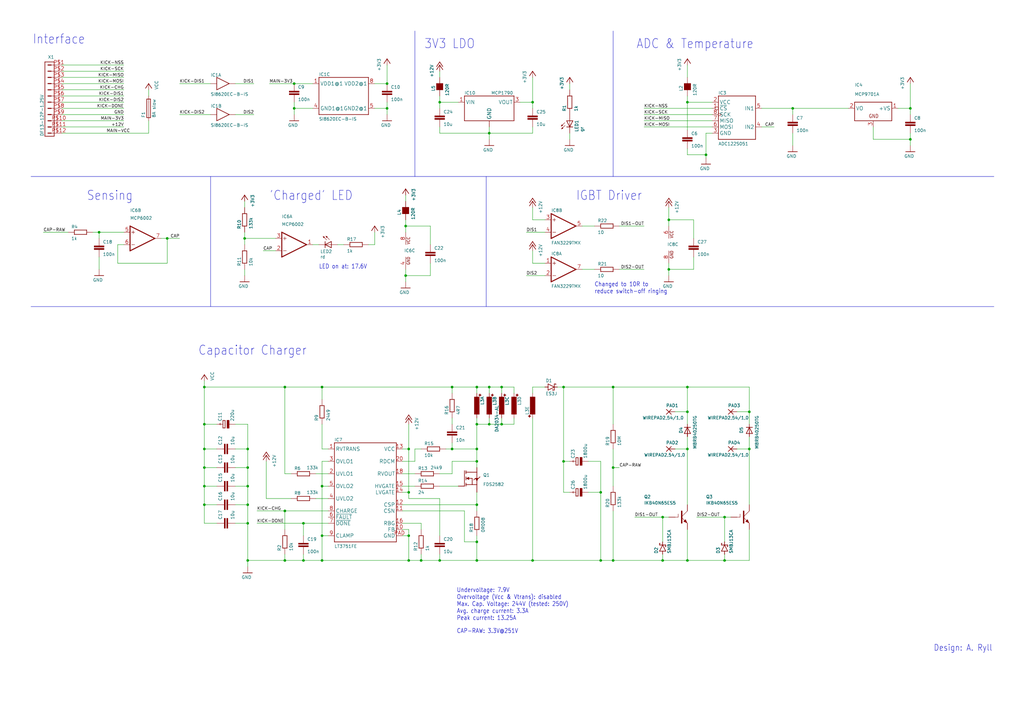
<source format=kicad_sch>
(kicad_sch (version 20250114) (generator "eeschema") (generator_version "9.0")
  (paper "A3")
  (lib_symbols
    (symbol "Kicking Device v13b-eagle-import:+12V" (power)
      (symbol "+12V_1_0"
        (pin power_in line (at 0 -2.54 90) (length 2.54) (name "+12V") (number "1"))
      )
    )
    (symbol "Kicking Device v13b-eagle-import:+3V3" (power)
      (symbol "+3V3_1_0"
        (pin power_in line (at 0 -2.54 90) (length 2.54) (name "+3V3") (number "1"))
      )
    )
    (symbol "Kicking Device v13b-eagle-import:AD-OP2SN"
      (property "Reference" "IC" (at -0.635 -0.635 0))
      (symbol "AD-OP2SN_1_0"
        (pin input line (at -7.62 2.54 0) (length 2.54) (name "+IN") (number "3"))
        (pin input line (at -7.62 -2.54 0) (length 2.54) (name "-IN") (number "2"))
        (pin output line (at 7.62 0 180) (length 2.54) (name "OUT") (number "1"))
      )
      (symbol "AD-OP2SN_2_0"
        (pin input line (at -7.62 2.54 0) (length 2.54) (name "+IN") (number "5"))
        (pin input line (at -7.62 -2.54 0) (length 2.54) (name "-IN") (number "6"))
        (pin output line (at 7.62 0 180) (length 2.54) (name "OUT") (number "7"))
      )
      (symbol "AD-OP2SN_3_0"
        (text "VCC" (at 1.905 2.54 900) (effects (font (size 1.27 1.0795)) (justify left bottom)))
        (text "GND" (at 1.905 -5.842 900) (effects (font (size 1.27 1.0795)) (justify left bottom)))
        (pin power_in line (at 0 7.62 270) (length 5.08) (name "VCC") (number "8"))
        (pin power_in line (at 0 -7.62 90) (length 5.08) (name "GND") (number "4"))
      )
    )
    (symbol "Kicking Device v13b-eagle-import:ADC__2S__1"
      (property "Reference" "IC" (at -7.62 10.668 0))
      (symbol "ADC__2S__1_1_0"
        (pin power_in line (at -10.16 7.62 0) (length 2.54) (name "VCC") (number "2"))
        (pin bidirectional inverted (at -10.16 5.08 0) (length 2.54) (name "~{CS}") (number "1"))
        (pin bidirectional clock (at -10.16 2.54 0) (length 2.54) (name "SCK") (number "8"))
        (pin bidirectional line (at -10.16 0 0) (length 2.54) (name "MISO") (number "7"))
        (pin bidirectional line (at -10.16 -2.54 0) (length 2.54) (name "MOSI") (number "6"))
        (pin power_in line (at -10.16 -5.08 0) (length 2.54) (name "GND") (number "3"))
        (pin passive line (at 10.16 5.08 180) (length 2.54) (name "IN1") (number "5"))
        (pin passive line (at 10.16 -2.54 180) (length 2.54) (name "IN2") (number "4"))
      )
    )
    (symbol "Kicking Device v13b-eagle-import:C-EUC0603"
      (property "Reference" "C" (at 1.524 0.381 0))
      (symbol "C-EUC0603_1_0"
        (pin passive line (at 0 2.54 270) (length 2.54) (name "1") (number "1"))
        (pin passive line (at 0 -5.08 90) (length 2.54) (name "2") (number "2"))
      )
    )
    (symbol "Kicking Device v13b-eagle-import:C-EUC0805"
      (property "Reference" "C" (at 1.524 0.381 0))
      (symbol "C-EUC0805_1_0"
        (pin passive line (at 0 2.54 270) (length 2.54) (name "1") (number "1"))
        (pin passive line (at 0 -5.08 90) (length 2.54) (name "2") (number "2"))
      )
    )
    (symbol "Kicking Device v13b-eagle-import:C-EUC1210"
      (property "Reference" "C" (at 1.524 0.381 0))
      (symbol "C-EUC1210_1_0"
        (pin passive line (at 0 2.54 270) (length 2.54) (name "1") (number "1"))
        (pin passive line (at 0 -5.08 90) (length 2.54) (name "2") (number "2"))
      )
    )
    (symbol "Kicking Device v13b-eagle-import:CPOL-EUE10-35"
      (property "Reference" "C" (at 1.143 0.4826 0))
      (symbol "CPOL-EUE10-35_1_0"
        (text "+" (at -0.5842 0.4064 900) (effects (font (size 1.27 1.0795)) (justify left bottom)))
        (pin passive line (at 0 2.54 270) (length 2.54) (name "+") (number "+"))
        (pin passive line (at 0 -5.08 90) (length 2.54) (name "-") (number "-"))
      )
    )
    (symbol "Kicking Device v13b-eagle-import:CPOL-EUF"
      (property "Reference" "C" (at 1.143 0.4826 0))
      (symbol "CPOL-EUF_1_0"
        (text "+" (at -0.5842 0.4064 900) (effects (font (size 1.27 1.0795)) (justify left bottom)))
        (pin passive line (at 0 2.54 270) (length 2.54) (name "+") (number "+"))
        (pin passive line (at 0 -5.08 90) (length 2.54) (name "-") (number "-"))
      )
    )
    (symbol "Kicking Device v13b-eagle-import:DA203X-AL4"
      (property "Reference" "L" (at -1.4986 -3.81 90))
      (symbol "DA203X-AL4_1_0"
        (pin passive line (at 0 5.08 270) (length 2.54) (name "1") (number "7"))
        (pin passive line (at 0 -5.08 90) (length 2.54) (name "2") (number "6"))
      )
      (symbol "DA203X-AL4_2_0"
        (pin passive line (at 0 5.08 270) (length 2.54) (name "1") (number "8"))
        (pin passive line (at 0 -5.08 90) (length 2.54) (name "2") (number "5"))
      )
      (symbol "DA203X-AL4_3_0"
        (pin passive line (at 0 5.08 270) (length 2.54) (name "1") (number "9"))
        (pin passive line (at 0 -5.08 90) (length 2.54) (name "2") (number "4"))
      )
      (symbol "DA203X-AL4_4_0"
        (pin passive line (at 0 5.08 270) (length 2.54) (name "1") (number "10"))
        (pin passive line (at 0 -5.08 90) (length 2.54) (name "2") (number "3"))
      )
      (symbol "DA203X-AL4_5_0"
        (pin passive line (at 0 5.08 270) (length 2.54) (name "1") (number "1"))
        (pin passive line (at 0 -5.08 90) (length 2.54) (name "2") (number "12"))
      )
    )
    (symbol "Kicking Device v13b-eagle-import:DF13-12P-1.25V"
      (symbol "DF13-12P-1.25V_1_0"
        (pin passive line (at -5.08 17.78 0) (length 2.54) (name "1") (number "P$1"))
        (pin passive line (at -5.08 15.24 0) (length 2.54) (name "2") (number "P$2"))
        (pin passive line (at -5.08 12.7 0) (length 2.54) (name "3") (number "P$3"))
        (pin passive line (at -5.08 10.16 0) (length 2.54) (name "4") (number "P$4"))
        (pin passive line (at -5.08 7.62 0) (length 2.54) (name "5") (number "P$5"))
        (pin passive line (at -5.08 5.08 0) (length 2.54) (name "6") (number "P$6"))
        (pin passive line (at -5.08 2.54 0) (length 2.54) (name "7") (number "P$7"))
        (pin passive line (at -5.08 0 0) (length 2.54) (name "8") (number "P$8"))
        (pin passive line (at -5.08 -2.54 0) (length 2.54) (name "9") (number "P$9"))
        (pin passive line (at -5.08 -5.08 0) (length 2.54) (name "10") (number "P$10"))
        (pin passive line (at -5.08 -7.62 0) (length 2.54) (name "11") (number "P$11"))
        (pin passive line (at -5.08 -10.16 0) (length 2.54) (name "12") (number "P$12"))
      )
    )
    (symbol "Kicking Device v13b-eagle-import:DIODED2"
      (property "Reference" "D" (at 2.54 0.4826 0))
      (symbol "DIODED2_1_0"
        (pin passive line (at -2.54 0 0) (length 2.54) (name "A") (number "1"))
        (pin passive line (at -2.54 0 0) (length 2.54) (name "A") (number "3"))
        (pin passive line (at 2.54 0 180) (length 2.54) (name "C") (number "2"))
      )
    )
    (symbol "Kicking Device v13b-eagle-import:FAN3229_MXN"
      (property "Reference" "IC" (at -0.635 -0.635 0))
      (symbol "FAN3229_MXN_1_0"
        (pin input line (at -7.62 2.54 0) (length 2.54) (name "+IN") (number "1"))
        (pin input line (at -7.62 -2.54 0) (length 2.54) (name "-IN") (number "2"))
        (pin output line (at 7.62 0 180) (length 2.54) (name "OUT") (number "7"))
      )
      (symbol "FAN3229_MXN_2_0"
        (pin input line (at -7.62 2.54 0) (length 2.54) (name "+IN") (number "3"))
        (pin input line (at -7.62 -2.54 0) (length 2.54) (name "-IN") (number "4"))
        (pin output line (at 7.62 0 180) (length 2.54) (name "OUT") (number "5"))
      )
      (symbol "FAN3229_MXN_3_0"
        (text "VCC" (at 1.905 2.54 900) (effects (font (size 1.27 1.0795)) (justify left bottom)))
        (text "GND" (at 1.905 -5.842 900) (effects (font (size 1.27 1.0795)) (justify left bottom)))
        (pin power_in line (at 0 7.62 270) (length 5.08) (name "VCC") (number "6"))
        (pin power_in line (at 0 -7.62 90) (length 5.08) (name "GND") (number "8"))
      )
    )
    (symbol "Kicking Device v13b-eagle-import:FB_0603"
      (property "Reference" "L" (at -0.635 1.905 0))
      (symbol "FB_0603_1_0"
        (pin passive line (at -2.54 0 0) (length 2.54) (name "1") (number "1"))
        (pin passive line (at 5.08 0 180) (length 2.54) (name "2") (number "2"))
      )
    )
    (symbol "Kicking Device v13b-eagle-import:FUSES"
      (property "Reference" "F" (at -3.81 1.397 0))
      (symbol "FUSES_1_0"
        (pin passive line (at -5.08 0 0) (length 2.54) (name "1") (number "1"))
        (pin passive line (at 5.08 0 180) (length 2.54) (name "2") (number "2"))
      )
    )
    (symbol "Kicking Device v13b-eagle-import:GND" (power)
      (symbol "GND_1_0"
        (pin power_in line (at 0 2.54 270) (length 2.54) (name "GND") (number "1"))
      )
    )
    (symbol "Kicking Device v13b-eagle-import:IGBTTO263AB"
      (property "Reference" "Q" (at 5.08 2.54 0))
      (symbol "IGBTTO263AB_1_0"
        (pin passive line (at -5.08 0 0) (length 2.54) (name "G") (number "1"))
        (pin passive line (at 2.54 5.08 270) (length 2.54) (name "C") (number "2"))
        (pin passive line (at 2.54 -5.08 90) (length 2.54) (name "E") (number "3"))
      )
    )
    (symbol "Kicking Device v13b-eagle-import:LEDCHIP-LED0603"
      (property "Reference" "LED" (at 3.556 -4.572 90))
      (symbol "LEDCHIP-LED0603_1_0"
        (pin passive line (at 0 2.54 270) (length 2.54) (name "A") (number "A"))
        (pin passive line (at 0 -5.08 90) (length 2.54) (name "C") (number "C"))
      )
    )
    (symbol "Kicking Device v13b-eagle-import:LM60S"
      (property "Reference" "IC" (at -7.62 3.81 0))
      (symbol "LM60S_1_0"
        (text "GND" (at -2.286 -4.064 0) (effects (font (size 1.524 1.2954)) (justify left bottom)))
        (pin input line (at -10.16 0 0) (length 2.54) (name "+VS") (number "1"))
        (pin power_in line (at 0 -7.62 90) (length 2.54) (name "GND") (number "3"))
        (pin input line (at 10.16 0 180) (length 2.54) (name "VO") (number "2"))
      )
    )
    (symbol "Kicking Device v13b-eagle-import:LT3751FE"
      (property "Reference" "IC" (at -12.7 20.828 0))
      (symbol "LT3751FE_1_0"
        (pin bidirectional line (at -15.24 17.78 0) (length 2.54) (name "RVTRANS") (number "1"))
        (pin bidirectional line (at -15.24 12.7 0) (length 2.54) (name "OVLO1") (number "3"))
        (pin bidirectional line (at -15.24 7.62 0) (length 2.54) (name "UVLO1") (number "2"))
        (pin bidirectional line (at -15.24 2.54 0) (length 2.54) (name "OVLO2") (number "5"))
        (pin bidirectional line (at -15.24 -2.54 0) (length 2.54) (name "UVLO2") (number "4"))
        (pin bidirectional line (at -15.24 -7.62 0) (length 2.54) (name "CHARGE") (number "8"))
        (pin bidirectional line (at -15.24 -10.16 0) (length 2.54) (name "~{FAULT}") (number "6"))
        (pin bidirectional line (at -15.24 -12.7 0) (length 2.54) (name "~{DONE}") (number "7"))
        (pin bidirectional line (at -15.24 -17.78 0) (length 2.54) (name "CLAMP") (number "9"))
        (pin bidirectional line (at 15.24 17.78 180) (length 2.54) (name "VCC") (number "13"))
        (pin bidirectional line (at 15.24 12.7 180) (length 2.54) (name "RDCM") (number "20"))
        (pin bidirectional line (at 15.24 7.62 180) (length 2.54) (name "RVOUT") (number "18"))
        (pin bidirectional line (at 15.24 2.54 180) (length 2.54) (name "HVGATE") (number "15"))
        (pin bidirectional line (at 15.24 0 180) (length 2.54) (name "LVGATE") (number "14"))
        (pin bidirectional line (at 15.24 -5.08 180) (length 2.54) (name "CSP") (number "12"))
        (pin bidirectional line (at 15.24 -7.62 180) (length 2.54) (name "CSN") (number "11"))
        (pin bidirectional line (at 15.24 -12.7 180) (length 2.54) (name "RBG") (number "16"))
        (pin bidirectional line (at 15.24 -15.24 180) (length 2.54) (name "FB") (number "10"))
        (pin bidirectional line (at 15.24 -17.78 180) (length 2.54) (name "GND") (number "PAD"))
      )
    )
    (symbol "Kicking Device v13b-eagle-import:MCP1790"
      (property "Reference" "IC" (at -10.16 5.588 0))
      (symbol "MCP1790_1_0"
        (pin bidirectional line (at -12.7 2.54 0) (length 2.54) (name "VIN") (number "1"))
        (pin bidirectional line (at 0 -7.62 90) (length 2.54) (name "GND") (number "2"))
        (pin bidirectional line (at 0 -7.62 90) (length 2.54) (name "GND") (number "4"))
        (pin bidirectional line (at 12.7 2.54 180) (length 2.54) (name "VOUT") (number "3"))
      )
    )
    (symbol "Kicking Device v13b-eagle-import:NMOSSOIC8N"
      (property "Reference" "Q" (at -7.62 6.35 0))
      (symbol "NMOSSOIC8N_1_0"
        (pin passive line (at -7.62 -2.54 180) (length 0) (name "G") (number "4"))
        (pin passive line (at 0 5.08 0) (length 0) (name "D") (number "5"))
        (pin passive line (at 0 5.08 0) (length 0) (name "D") (number "6"))
        (pin passive line (at 0 5.08 0) (length 0) (name "D") (number "7"))
        (pin passive line (at 0 5.08 0) (length 0) (name "D") (number "8"))
        (pin passive line (at 0 -5.08 0) (length 0) (name "S") (number "1"))
        (pin passive line (at 0 -5.08 0) (length 0) (name "S") (number "2"))
        (pin passive line (at 0 -5.08 0) (length 0) (name "S") (number "3"))
      )
    )
    (symbol "Kicking Device v13b-eagle-import:R-EU_R0603"
      (property "Reference" "R" (at -3.81 1.4986 0))
      (symbol "R-EU_R0603_1_0"
        (pin passive line (at -5.08 0 0) (length 2.54) (name "1") (number "1"))
        (pin passive line (at 5.08 0 180) (length 2.54) (name "2") (number "2"))
      )
    )
    (symbol "Kicking Device v13b-eagle-import:R-EU_R0805"
      (property "Reference" "R" (at -3.81 1.4986 0))
      (symbol "R-EU_R0805_1_0"
        (pin passive line (at -5.08 0 0) (length 2.54) (name "1") (number "1"))
        (pin passive line (at 5.08 0 180) (length 2.54) (name "2") (number "2"))
      )
    )
    (symbol "Kicking Device v13b-eagle-import:R-EU_R1206"
      (property "Reference" "R" (at -3.81 1.4986 0))
      (symbol "R-EU_R1206_1_0"
        (pin passive line (at -5.08 0 0) (length 2.54) (name "1") (number "1"))
        (pin passive line (at 5.08 0 180) (length 2.54) (name "2") (number "2"))
      )
    )
    (symbol "Kicking Device v13b-eagle-import:SCHOTTKY-DIODESMC"
      (property "Reference" "D" (at -2.286 1.905 0))
      (symbol "SCHOTTKY-DIODESMC_1_0"
        (pin passive line (at -2.54 0 0) (length 0) (name "A") (number "A"))
        (pin passive line (at 2.54 0 180) (length 0) (name "C") (number "C"))
      )
    )
    (symbol "Kicking Device v13b-eagle-import:SCHOTTKY-DIODESMD"
      (property "Reference" "D" (at -2.286 1.905 0))
      (symbol "SCHOTTKY-DIODESMD_1_0"
        (pin passive line (at -2.54 0 0) (length 0) (name "A") (number "A"))
        (pin passive line (at 2.54 0 180) (length 0) (name "C") (number "C"))
      )
    )
    (symbol "Kicking Device v13b-eagle-import:SI8620"
      (property "Reference" "IC" (at -10.16 8.128 0))
      (symbol "SI8620_1_0"
        (pin input line (at -5.08 0 0) (length 2.54) (name "IN") (number "2"))
        (pin output line (at 5.08 0 180) (length 2.54) (name "OUT") (number "7"))
      )
      (symbol "SI8620_2_0"
        (pin input line (at -5.08 0 0) (length 2.54) (name "IN") (number "3"))
        (pin output line (at 5.08 0 180) (length 2.54) (name "OUT") (number "6"))
      )
      (symbol "SI8620_3_0"
        (pin passive line (at -12.7 5.08 0) (length 2.54) (name "VDD1@1") (number "1"))
        (pin passive line (at -12.7 -5.08 0) (length 2.54) (name "GND1@1") (number "4"))
        (pin passive line (at 12.7 5.08 180) (length 2.54) (name "VDD2@1") (number "8"))
        (pin passive line (at 12.7 -5.08 180) (length 2.54) (name "GND2@1") (number "5"))
      )
    )
    (symbol "Kicking Device v13b-eagle-import:VCC" (power)
      (symbol "VCC_1_0"
        (pin power_in line (at 0 -2.54 90) (length 2.54) (name "VCC") (number "1"))
      )
    )
    (symbol "Kicking Device v13b-eagle-import:WIREPAD2,54/1,0"
      (property "Reference" "PAD" (at -1.143 1.8542 0))
      (symbol "WIREPAD2,54/1,0_1_0"
        (pin passive line (at 2.54 0 180) (length 2.54) (name "P") (number "1"))
      )
    )
  )
  (text "Undervoltage: 7.9V\nOvervoltage (Vcc & Vtrans): disabled\nMax. Cap. Voltage: 244V (tested: 250V)\nAvg. charge current: 3.3A\nPeak current: 13.25A" (at 187.325 254.635 0) (effects (font (size 1.778 1.5113)) (justify left bottom)))
  (text "Capacitor Charger" (at 81.28 146.05 0) (effects (font (size 3.81 3.2385)) (justify left bottom)))
  (text "3V3 LDO" (at 173.99 20.32 0) (effects (font (size 3.81 3.2385)) (justify left bottom)))
  (text "LED on at: 17.6V" (at 130.81 110.49 0) (effects (font (size 1.778 1.5113)) (justify left bottom)))
  (text "Changed to 10R to\nreduce switch-off ringing" (at 243.84 120.65 0) (effects (font (size 1.778 1.5113)) (justify left bottom)))
  (text "ADC & Temperature" (at 260.985 20.32 0) (effects (font (size 3.81 3.2385)) (justify left bottom)))
  (text "Design: A. Ryll" (at 382.905 267.335 0) (effects (font (size 2.54 2.159)) (justify left bottom)))
  (text "Sensing" (at 35.56 82.55 0) (effects (font (size 3.81 3.2385)) (justify left bottom)))
  (text "CAP-RAW: 3.3V@251V" (at 187.325 259.969 0) (effects (font (size 1.778 1.5113)) (justify left bottom)))
  (text "Interface" (at 13.335 18.415 0) (effects (font (size 3.81 3.2385)) (justify left bottom)))
  (text "IGBT Driver" (at 236.22 82.55 0) (effects (font (size 3.81 3.2385)) (justify left bottom)))
  (text "'Charged' LED" (at 110.49 82.55 0) (effects (font (size 3.81 3.2385)) (justify left bottom)))
  (junction (at 158.75 44.45))
  (junction (at 185.42 184.15))
  (junction (at 195.58 173.99))
  (junction (at 271.78 212.09))
  (junction (at 83.82 207.01))
  (junction (at 289.56 63.5))
  (junction (at 200.66 54.61))
  (junction (at 167.64 229.87))
  (junction (at 83.82 184.15))
  (junction (at 195.58 229.87))
  (junction (at 120.65 34.29))
  (junction (at 83.82 173.99))
  (junction (at 251.46 191.77))
  (junction (at 167.64 219.71))
  (junction (at 281.94 41.91))
  (junction (at 101.6 184.15))
  (junction (at 167.64 184.15))
  (junction (at 195.58 207.01))
  (junction (at 231.14 158.75))
  (junction (at 373.38 44.45))
  (junction (at 83.82 199.39))
  (junction (at 218.44 41.91))
  (junction (at 124.46 229.87))
  (junction (at 132.08 199.39))
  (junction (at 281.94 158.75))
  (junction (at 195.58 158.75))
  (junction (at 132.08 229.87))
  (junction (at 132.08 219.71))
  (junction (at 246.38 201.93))
  (junction (at 185.42 158.75))
  (junction (at 83.82 191.77))
  (junction (at 274.32 110.49))
  (junction (at 297.18 212.09))
  (junction (at 307.34 168.91))
  (junction (at 195.58 222.25))
  (junction (at 281.94 229.87))
  (junction (at 116.84 229.87))
  (junction (at 167.64 201.93))
  (junction (at 205.74 173.99))
  (junction (at 40.64 95.25))
  (junction (at 83.82 158.75))
  (junction (at 120.65 44.45))
  (junction (at 172.72 229.87))
  (junction (at 307.34 184.15))
  (junction (at 274.32 90.17))
  (junction (at 218.44 229.87))
  (junction (at 231.14 189.23))
  (junction (at 195.58 189.23))
  (junction (at 195.58 184.15))
  (junction (at 180.34 41.91))
  (junction (at 166.37 113.03))
  (junction (at 373.38 57.15))
  (junction (at 271.78 229.87))
  (junction (at 158.75 34.29))
  (junction (at 101.6 214.63))
  (junction (at 180.34 229.87))
  (junction (at 205.74 158.75))
  (junction (at 297.18 229.87))
  (junction (at 132.08 158.75))
  (junction (at 166.37 92.71))
  (junction (at 101.6 207.01))
  (junction (at 251.46 158.75))
  (junction (at 116.84 158.75))
  (junction (at 200.66 158.75))
  (junction (at 68.58 97.79))
  (junction (at 101.6 199.39))
  (junction (at 124.46 214.63))
  (junction (at 101.6 191.77))
  (junction (at 116.84 209.55))
  (junction (at 251.46 229.87))
  (junction (at 101.6 229.87))
  (junction (at 246.38 229.87))
  (junction (at 100.33 97.79))
  (junction (at 325.12 44.45))
  (junction (at 281.94 168.91))
  (junction (at 200.66 173.99))
  (junction (at 281.94 184.15))
  (wire (pts (xy 200.66 57.15) (xy 200.66 54.61)) (stroke (width 0.1524)))
  (wire (pts (xy 210.82 173.99) (xy 210.82 171.45)) (stroke (width 0.1524)))
  (wire (pts (xy 218.44 107.95) (xy 218.44 102.87)) (stroke (width 0.1524)))
  (wire (pts (xy 307.34 184.15) (xy 307.34 179.07)) (stroke (width 0.1524)))
  (wire (pts (xy 228.6 158.75) (xy 231.14 158.75)) (stroke (width 0.1524)))
  (wire (pts (xy 165.1 184.15) (xy 167.64 184.15)) (stroke (width 0.1524)))
  (wire (pts (xy 251.46 191.77) (xy 251.46 184.15)) (stroke (width 0.1524)))
  (wire (pts (xy 187.96 199.39) (xy 180.34 199.39)) (stroke (width 0.1524)))
  (wire (pts (xy 166.37 115.57) (xy 166.37 113.03)) (stroke (width 0.1524)))
  (wire (pts (xy 205.74 158.75) (xy 200.66 158.75)) (stroke (width 0.1524)))
  (wire (pts (xy 289.56 63.5) (xy 289.56 64.77)) (stroke (width 0.1524)))
  (wire (pts (xy 264.16 44.45) (xy 292.1 44.45)) (stroke (width 0.1524)))
  (wire (pts (xy 101.6 184.15) (xy 101.6 173.99)) (stroke (width 0.1524)))
  (wire (pts (xy 25.4 41.91) (xy 50.8 41.91)) (stroke (width 0.1524)))
  (wire (pts (xy 101.6 173.99) (xy 96.52 173.99)) (stroke (width 0.1524)))
  (wire (pts (xy 130.81 100.33) (xy 128.27 100.33)) (stroke (width 0.1524)))
  (wire (pts (xy 25.4 46.99) (xy 50.8 46.99)) (stroke (width 0.1524)))
  (wire (pts (xy 373.38 57.15) (xy 358.14 57.15)) (stroke (width 0.1524)))
  (wire (pts (xy 218.44 229.87) (xy 246.38 229.87)) (stroke (width 0.1524)))
  (wire (pts (xy 100.33 97.79) (xy 100.33 100.33)) (stroke (width 0.1524)))
  (wire (pts (xy 281.94 184.15) (xy 281.94 207.01)) (stroke (width 0.1524)))
  (wire (pts (xy 218.44 90.17) (xy 218.44 85.09)) (stroke (width 0.1524)))
  (wire (pts (xy 307.34 168.91) (xy 307.34 173.99)) (stroke (width 0.1524)))
  (wire (pts (xy 292.1 41.91) (xy 281.94 41.91)) (stroke (width 0.1524)))
  (wire (pts (xy 120.65 34.29) (xy 110.49 34.29)) (stroke (width 0.1524)))
  (wire (pts (xy 297.18 212.09) (xy 285.75 212.09)) (stroke (width 0.1524)))
  (wire (pts (xy 297.18 222.25) (xy 297.18 212.09)) (stroke (width 0.1524)))
  (wire (pts (xy 233.68 57.15) (xy 233.68 54.61)) (stroke (width 0.1524)))
  (wire (pts (xy 116.84 158.75) (xy 116.84 194.31)) (stroke (width 0.1524)))
  (wire (pts (xy 166.37 92.71) (xy 166.37 95.25)) (stroke (width 0.1524)))
  (wire (pts (xy 200.66 158.75) (xy 195.58 158.75)) (stroke (width 0.1524)))
  (wire (pts (xy 170.18 184.15) (xy 170.18 189.23)) (stroke (width 0.1524)))
  (wire (pts (xy 276.86 168.91) (xy 281.94 168.91)) (stroke (width 0.1524)))
  (wire (pts (xy 195.58 189.23) (xy 195.58 184.15)) (stroke (width 0.1524)))
  (wire (pts (xy 132.08 158.75) (xy 116.84 158.75)) (stroke (width 0.1524)))
  (wire (pts (xy 264.16 52.07) (xy 292.1 52.07)) (stroke (width 0.1524)))
  (wire (pts (xy 373.38 44.45) (xy 368.3 44.45)) (stroke (width 0.1524)))
  (wire (pts (xy 153.67 34.29) (xy 158.75 34.29)) (stroke (width 0.1524)))
  (wire (pts (xy 83.82 199.39) (xy 83.82 191.77)) (stroke (width 0.1524)))
  (wire (pts (xy 254 92.71) (xy 264.16 92.71)) (stroke (width 0.1524)))
  (wire (pts (xy 165.1 217.17) (xy 167.64 217.17)) (stroke (width 0.1524)))
  (wire (pts (xy 113.03 102.87) (xy 107.95 102.87)) (stroke (width 0.1524)))
  (wire (pts (xy 25.4 49.53) (xy 50.8 49.53)) (stroke (width 0.1524)))
  (wire (pts (xy 195.58 184.15) (xy 195.58 173.99)) (stroke (width 0.1524)))
  (wire (pts (xy 218.44 158.75) (xy 223.52 158.75)) (stroke (width 0.1524)))
  (wire (pts (xy 251.46 229.87) (xy 251.46 209.55)) (stroke (width 0.1524)))
  (wire (pts (xy 167.64 229.87) (xy 132.08 229.87)) (stroke (width 0.1524)))
  (wire (pts (xy 195.58 207.01) (xy 165.1 207.01)) (stroke (width 0.1524)))
  (wire (pts (xy 251.46 173.99) (xy 251.46 158.75)) (stroke (width 0.1524)))
  (wire (pts (xy 210.82 158.75) (xy 210.82 161.29)) (stroke (width 0.1524)))
  (wire (pts (xy 116.84 227.33) (xy 116.84 229.87)) (stroke (width 0.1524)))
  (wire (pts (xy 281.94 173.99) (xy 281.94 168.91)) (stroke (width 0.1524)))
  (wire (pts (xy 172.72 227.33) (xy 172.72 229.87)) (stroke (width 0.1524)))
  (wire (pts (xy 297.18 229.87) (xy 281.94 229.87)) (stroke (width 0.1524)))
  (wire (pts (xy 96.52 191.77) (xy 101.6 191.77)) (stroke (width 0.1524)))
  (wire (pts (xy 167.64 201.93) (xy 167.64 204.47)) (stroke (width 0.1524)))
  (wire (pts (xy 27.94 95.25) (xy 17.78 95.25)) (stroke (width 0.1524)))
  (wire (pts (xy 218.44 171.45) (xy 218.44 229.87)) (stroke (width 0.1524)))
  (wire (pts (xy 166.37 82.55) (xy 166.37 80.01)) (stroke (width 0.1524)))
  (wire (pts (xy 68.58 97.79) (xy 66.04 97.79)) (stroke (width 0.1524)))
  (wire (pts (xy 170.18 189.23) (xy 165.1 189.23)) (stroke (width 0.1524)))
  (wire (pts (xy 25.4 36.83) (xy 50.8 36.83)) (stroke (width 0.1524)))
  (wire (pts (xy 195.58 173.99) (xy 195.58 171.45)) (stroke (width 0.1524)))
  (wire (pts (xy 195.58 207.01) (xy 195.58 201.93)) (stroke (width 0.1524)))
  (wire (pts (xy 281.94 41.91) (xy 281.94 39.37)) (stroke (width 0.1524)))
  (wire (pts (xy 60.96 54.61) (xy 60.96 49.53)) (stroke (width 0.1524)))
  (wire (pts (xy 120.65 46.99) (xy 120.65 44.45)) (stroke (width 0.1524)))
  (wire (pts (xy 25.4 52.07) (xy 50.8 52.07)) (stroke (width 0.1524)))
  (wire (pts (xy 86.36 34.29) (xy 73.66 34.29)) (stroke (width 0.1524)))
  (wire (pts (xy 347.98 44.45) (xy 325.12 44.45)) (stroke (width 0.1524)))
  (wire (pts (xy 60.96 39.37) (xy 60.96 36.83)) (stroke (width 0.1524)))
  (wire (pts (xy 200.66 173.99) (xy 200.66 171.45)) (stroke (width 0.1524)))
  (wire (pts (xy 165.1 214.63) (xy 172.72 214.63)) (stroke (width 0.1524)))
  (wire (pts (xy 180.34 54.61) (xy 200.66 54.61)) (stroke (width 0.1524)))
  (wire (pts (xy 297.18 227.33) (xy 297.18 229.87)) (stroke (width 0.1524)))
  (wire (pts (xy 312.42 52.07) (xy 317.5 52.07)) (stroke (width 0.1524)))
  (wire (pts (xy 83.82 191.77) (xy 83.82 184.15)) (stroke (width 0.1524)))
  (wire (pts (xy 373.38 46.99) (xy 373.38 44.45)) (stroke (width 0.1524)))
  (wire (pts (xy 302.26 168.91) (xy 307.34 168.91)) (stroke (width 0.1524)))
  (wire (pts (xy 251.46 191.77) (xy 254 191.77)) (stroke (width 0.1524)))
  (wire (pts (xy 165.1 219.71) (xy 167.64 219.71)) (stroke (width 0.1524)))
  (wire (pts (xy 274.32 90.17) (xy 274.32 85.09)) (stroke (width 0.1524)))
  (wire (pts (xy 134.62 219.71) (xy 132.08 219.71)) (stroke (width 0.1524)))
  (wire (pts (xy 48.26 107.95) (xy 68.58 107.95)) (stroke (width 0.1524)))
  (wire (pts (xy 88.9 191.77) (xy 83.82 191.77)) (stroke (width 0.1524)))
  (wire (pts (xy 205.74 173.99) (xy 205.74 171.45)) (stroke (width 0.1524)))
  (wire (pts (xy 83.82 173.99) (xy 83.82 158.75)) (stroke (width 0.1524)))
  (wire (pts (xy 134.62 204.47) (xy 129.54 204.47)) (stroke (width 0.1524)))
  (wire (pts (xy 231.14 189.23) (xy 231.14 201.93)) (stroke (width 0.1524)))
  (wire (pts (xy 138.43 100.33) (xy 140.97 100.33)) (stroke (width 0.1524)))
  (wire (pts (xy 25.4 31.75) (xy 50.8 31.75)) (stroke (width 0.1524)))
  (wire (pts (xy 210.82 173.99) (xy 205.74 173.99)) (stroke (width 0.1524)))
  (wire (pts (xy 40.64 110.49) (xy 40.64 105.41)) (stroke (width 0.1524)))
  (wire (pts (xy 167.64 217.17) (xy 167.64 219.71)) (stroke (width 0.1524)))
  (wire (pts (xy 116.84 229.87) (xy 101.6 229.87)) (stroke (width 0.1524)))
  (wire (pts (xy 167.64 204.47) (xy 180.34 204.47)) (stroke (width 0.1524)))
  (wire (pts (xy 281.94 184.15) (xy 281.94 179.07)) (stroke (width 0.1524)))
  (wire (pts (xy 158.75 44.45) (xy 158.75 41.91)) (stroke (width 0.1524)))
  (wire (pts (xy 25.4 29.21) (xy 50.8 29.21)) (stroke (width 0.1524)))
  (wire (pts (xy 180.34 227.33) (xy 180.34 229.87)) (stroke (width 0.1524)))
  (wire (pts (xy 233.68 36.83) (xy 233.68 34.29)) (stroke (width 0.1524)))
  (wire (pts (xy 96.52 214.63) (xy 101.6 214.63)) (stroke (width 0.1524)))
  (wire (pts (xy 167.64 219.71) (xy 167.64 229.87)) (stroke (width 0.1524)))
  (wire (pts (xy 373.38 57.15) (xy 373.38 54.61)) (stroke (width 0.1524)))
  (wire (pts (xy 132.08 199.39) (xy 132.08 219.71)) (stroke (width 0.1524)))
  (wire (pts (xy 165.1 201.93) (xy 167.64 201.93)) (stroke (width 0.1524)))
  (wire (pts (xy 243.84 110.49) (xy 238.76 110.49)) (stroke (width 0.1524)))
  (wire (pts (xy 246.38 189.23) (xy 246.38 201.93)) (stroke (width 0.1524)))
  (wire (pts (xy 281.94 60.96) (xy 281.94 63.5)) (stroke (width 0.1524)))
  (wire (pts (xy 134.62 199.39) (xy 132.08 199.39)) (stroke (width 0.1524)))
  (wire (pts (xy 180.34 204.47) (xy 180.34 219.71)) (stroke (width 0.1524)))
  (wire (pts (xy 325.12 46.99) (xy 325.12 44.45)) (stroke (width 0.1524)))
  (wire (pts (xy 50.8 26.67) (xy 25.4 26.67)) (stroke (width 0.1524)))
  (wire (pts (xy 251.46 199.39) (xy 251.46 191.77)) (stroke (width 0.1524)))
  (wire (pts (xy 88.9 199.39) (xy 83.82 199.39)) (stroke (width 0.1524)))
  (wire (pts (xy 185.42 161.29) (xy 185.42 158.75)) (stroke (width 0.1524)))
  (wire (pts (xy 289.56 54.61) (xy 289.56 63.5)) (stroke (width 0.1524)))
  (wire (pts (xy 172.72 184.15) (xy 170.18 184.15)) (stroke (width 0.1524)))
  (wire (pts (xy 83.82 207.01) (xy 83.82 199.39)) (stroke (width 0.1524)))
  (wire (pts (xy 101.6 191.77) (xy 101.6 199.39)) (stroke (width 0.1524)))
  (wire (pts (xy 185.42 194.31) (xy 185.42 189.23)) (stroke (width 0.1524)))
  (wire (pts (xy 124.46 227.33) (xy 124.46 229.87)) (stroke (width 0.1524)))
  (wire (pts (xy 124.46 214.63) (xy 134.62 214.63)) (stroke (width 0.1524)))
  (polyline (pts (xy 86.36 72.39) (xy 86.36 125.73)))
  (wire (pts (xy 180.34 229.87) (xy 172.72 229.87)) (stroke (width 0.1524)))
  (wire (pts (xy 299.72 212.09) (xy 297.18 212.09)) (stroke (width 0.1524)))
  (wire (pts (xy 25.4 34.29) (xy 50.8 34.29)) (stroke (width 0.1524)))
  (wire (pts (xy 132.08 163.83) (xy 132.08 158.75)) (stroke (width 0.1524)))
  (wire (pts (xy 218.44 44.45) (xy 218.44 41.91)) (stroke (width 0.1524)))
  (wire (pts (xy 195.58 191.77) (xy 195.58 189.23)) (stroke (width 0.1524)))
  (wire (pts (xy 38.1 95.25) (xy 40.64 95.25)) (stroke (width 0.1524)))
  (wire (pts (xy 292.1 54.61) (xy 289.56 54.61)) (stroke (width 0.1524)))
  (wire (pts (xy 223.52 95.25) (xy 215.9 95.25)) (stroke (width 0.1524)))
  (wire (pts (xy 88.9 214.63) (xy 83.82 214.63)) (stroke (width 0.1524)))
  (wire (pts (xy 68.58 107.95) (xy 68.58 97.79)) (stroke (width 0.1524)))
  (wire (pts (xy 307.34 207.01) (xy 307.34 184.15)) (stroke (width 0.1524)))
  (wire (pts (xy 83.82 184.15) (xy 83.82 173.99)) (stroke (width 0.1524)))
  (wire (pts (xy 254 110.49) (xy 264.16 110.49)) (stroke (width 0.1524)))
  (wire (pts (xy 101.6 184.15) (xy 101.6 191.77)) (stroke (width 0.1524)))
  (wire (pts (xy 172.72 229.87) (xy 167.64 229.87)) (stroke (width 0.1524)))
  (wire (pts (xy 96.52 34.29) (xy 104.14 34.29)) (stroke (width 0.1524)))
  (wire (pts (xy 134.62 194.31) (xy 129.54 194.31)) (stroke (width 0.1524)))
  (wire (pts (xy 86.36 46.99) (xy 73.66 46.99)) (stroke (width 0.1524)))
  (wire (pts (xy 274.32 113.03) (xy 274.32 110.49)) (stroke (width 0.1524)))
  (wire (pts (xy 195.58 219.71) (xy 195.58 222.25)) (stroke (width 0.1524)))
  (wire (pts (xy 271.78 229.87) (xy 251.46 229.87)) (stroke (width 0.1524)))
  (wire (pts (xy 132.08 184.15) (xy 132.08 173.99)) (stroke (width 0.1524)))
  (wire (pts (xy 307.34 217.17) (xy 307.34 229.87)) (stroke (width 0.1524)))
  (wire (pts (xy 180.34 194.31) (xy 185.42 194.31)) (stroke (width 0.1524)))
  (wire (pts (xy 132.08 229.87) (xy 124.46 229.87)) (stroke (width 0.1524)))
  (wire (pts (xy 223.52 113.03) (xy 215.9 113.03)) (stroke (width 0.1524)))
  (wire (pts (xy 134.62 184.15) (xy 132.08 184.15)) (stroke (width 0.1524)))
  (wire (pts (xy 241.3 189.23) (xy 246.38 189.23)) (stroke (width 0.1524)))
  (wire (pts (xy 100.33 97.79) (xy 100.33 95.25)) (stroke (width 0.1524)))
  (wire (pts (xy 180.34 31.75) (xy 180.34 29.21)) (stroke (width 0.1524)))
  (wire (pts (xy 116.84 158.75) (xy 83.82 158.75)) (stroke (width 0.1524)))
  (wire (pts (xy 170.18 199.39) (xy 165.1 199.39)) (stroke (width 0.1524)))
  (wire (pts (xy 158.75 46.99) (xy 158.75 44.45)) (stroke (width 0.1524)))
  (wire (pts (xy 101.6 214.63) (xy 101.6 229.87)) (stroke (width 0.1524)))
  (wire (pts (xy 223.52 107.95) (xy 218.44 107.95)) (stroke (width 0.1524)))
  (wire (pts (xy 120.65 44.45) (xy 120.65 41.91)) (stroke (width 0.1524)))
  (wire (pts (xy 167.64 184.15) (xy 167.64 173.99)) (stroke (width 0.1524)))
  (wire (pts (xy 128.27 34.29) (xy 120.65 34.29)) (stroke (width 0.1524)))
  (wire (pts (xy 158.75 34.29) (xy 158.75 26.67)) (stroke (width 0.1524)))
  (wire (pts (xy 205.74 161.29) (xy 205.74 158.75)) (stroke (width 0.1524)))
  (wire (pts (xy 165.1 209.55) (xy 190.5 209.55)) (stroke (width 0.1524)))
  (wire (pts (xy 264.16 49.53) (xy 292.1 49.53)) (stroke (width 0.1524)))
  (wire (pts (xy 83.82 214.63) (xy 83.82 207.01)) (stroke (width 0.1524)))
  (wire (pts (xy 124.46 219.71) (xy 124.46 214.63)) (stroke (width 0.1524)))
  (wire (pts (xy 284.48 110.49) (xy 284.48 105.41)) (stroke (width 0.1524)))
  (wire (pts (xy 246.38 201.93) (xy 246.38 229.87)) (stroke (width 0.1524)))
  (wire (pts (xy 223.52 90.17) (xy 218.44 90.17)) (stroke (width 0.1524)))
  (wire (pts (xy 101.6 199.39) (xy 101.6 207.01)) (stroke (width 0.1524)))
  (wire (pts (xy 200.66 173.99) (xy 195.58 173.99)) (stroke (width 0.1524)))
  (wire (pts (xy 218.44 161.29) (xy 218.44 158.75)) (stroke (width 0.1524)))
  (wire (pts (xy 134.62 209.55) (xy 116.84 209.55)) (stroke (width 0.1524)))
  (wire (pts (xy 101.6 229.87) (xy 101.6 232.41)) (stroke (width 0.1524)))
  (wire (pts (xy 128.27 44.45) (xy 120.65 44.45)) (stroke (width 0.1524)))
  (polyline (pts (xy 12.7 125.73) (xy 407.67 125.73)))
  (wire (pts (xy 180.34 52.07) (xy 180.34 54.61)) (stroke (width 0.1524)))
  (wire (pts (xy 172.72 214.63) (xy 172.72 217.17)) (stroke (width 0.1524)))
  (wire (pts (xy 180.34 41.91) (xy 180.34 44.45)) (stroke (width 0.1524)))
  (wire (pts (xy 176.53 113.03) (xy 176.53 107.95)) (stroke (width 0.1524)))
  (wire (pts (xy 185.42 189.23) (xy 195.58 189.23)) (stroke (width 0.1524)))
  (polyline (pts (xy 170.18 12.7) (xy 170.18 72.39)))
  (wire (pts (xy 325.12 44.45) (xy 312.42 44.45)) (stroke (width 0.1524)))
  (wire (pts (xy 281.94 53.34) (xy 281.94 41.91)) (stroke (width 0.1524)))
  (wire (pts (xy 274.32 90.17) (xy 284.48 90.17)) (stroke (width 0.1524)))
  (wire (pts (xy 153.67 100.33) (xy 153.67 95.25)) (stroke (width 0.1524)))
  (wire (pts (xy 68.58 97.79) (xy 73.66 97.79)) (stroke (width 0.1524)))
  (wire (pts (xy 195.58 184.15) (xy 185.42 184.15)) (stroke (width 0.1524)))
  (wire (pts (xy 185.42 184.15) (xy 182.88 184.15)) (stroke (width 0.1524)))
  (wire (pts (xy 281.94 31.75) (xy 281.94 26.67)) (stroke (width 0.1524)))
  (wire (pts (xy 116.84 217.17) (xy 116.84 209.55)) (stroke (width 0.1524)))
  (wire (pts (xy 205.74 173.99) (xy 200.66 173.99)) (stroke (width 0.1524)))
  (wire (pts (xy 119.38 194.31) (xy 116.84 194.31)) (stroke (width 0.1524)))
  (wire (pts (xy 40.64 97.79) (xy 40.64 95.25)) (stroke (width 0.1524)))
  (wire (pts (xy 218.44 41.91) (xy 218.44 31.75)) (stroke (width 0.1524)))
  (wire (pts (xy 116.84 209.55) (xy 105.41 209.55)) (stroke (width 0.1524)))
  (wire (pts (xy 284.48 90.17) (xy 284.48 97.79)) (stroke (width 0.1524)))
  (wire (pts (xy 109.22 189.23) (xy 109.22 204.47)) (stroke (width 0.1524)))
  (wire (pts (xy 96.52 184.15) (xy 101.6 184.15)) (stroke (width 0.1524)))
  (wire (pts (xy 281.94 229.87) (xy 271.78 229.87)) (stroke (width 0.1524)))
  (wire (pts (xy 358.14 57.15) (xy 358.14 52.07)) (stroke (width 0.1524)))
  (wire (pts (xy 50.8 39.37) (xy 25.4 39.37)) (stroke (width 0.1524)))
  (wire (pts (xy 113.03 97.79) (xy 100.33 97.79)) (stroke (width 0.1524)))
  (wire (pts (xy 25.4 54.61) (xy 60.96 54.61)) (stroke (width 0.1524)))
  (wire (pts (xy 218.44 54.61) (xy 218.44 52.07)) (stroke (width 0.1524)))
  (wire (pts (xy 124.46 214.63) (xy 105.41 214.63)) (stroke (width 0.1524)))
  (wire (pts (xy 302.26 184.15) (xy 307.34 184.15)) (stroke (width 0.1524)))
  (wire (pts (xy 134.62 189.23) (xy 132.08 189.23)) (stroke (width 0.1524)))
  (wire (pts (xy 233.68 201.93) (xy 231.14 201.93)) (stroke (width 0.1524)))
  (wire (pts (xy 132.08 219.71) (xy 132.08 229.87)) (stroke (width 0.1524)))
  (wire (pts (xy 50.8 100.33) (xy 48.26 100.33)) (stroke (width 0.1524)))
  (wire (pts (xy 185.42 173.99) (xy 185.42 171.45)) (stroke (width 0.1524)))
  (wire (pts (xy 274.32 212.09) (xy 271.78 212.09)) (stroke (width 0.1524)))
  (wire (pts (xy 281.94 63.5) (xy 289.56 63.5)) (stroke (width 0.1524)))
  (wire (pts (xy 271.78 227.33) (xy 271.78 229.87)) (stroke (width 0.1524)))
  (wire (pts (xy 281.94 168.91) (xy 281.94 158.75)) (stroke (width 0.1524)))
  (wire (pts (xy 180.34 41.91) (xy 180.34 39.37)) (stroke (width 0.1524)))
  (wire (pts (xy 231.14 158.75) (xy 251.46 158.75)) (stroke (width 0.1524)))
  (wire (pts (xy 195.58 209.55) (xy 195.58 207.01)) (stroke (width 0.1524)))
  (wire (pts (xy 274.32 110.49) (xy 284.48 110.49)) (stroke (width 0.1524)))
  (wire (pts (xy 274.32 92.71) (xy 274.32 90.17)) (stroke (width 0.1524)))
  (wire (pts (xy 124.46 229.87) (xy 116.84 229.87)) (stroke (width 0.1524)))
  (wire (pts (xy 96.52 199.39) (xy 101.6 199.39)) (stroke (width 0.1524)))
  (wire (pts (xy 96.52 46.99) (xy 104.14 46.99)) (stroke (width 0.1524)))
  (wire (pts (xy 176.53 92.71) (xy 166.37 92.71)) (stroke (width 0.1524)))
  (wire (pts (xy 88.9 207.01) (xy 83.82 207.01)) (stroke (width 0.1524)))
  (wire (pts (xy 325.12 59.69) (xy 325.12 54.61)) (stroke (width 0.1524)))
  (polyline (pts (xy 251.46 12.7) (xy 251.46 72.39)))
  (wire (pts (xy 190.5 209.55) (xy 190.5 222.25)) (stroke (width 0.1524)))
  (wire (pts (xy 274.32 110.49) (xy 274.32 107.95)) (stroke (width 0.1524)))
  (wire (pts (xy 190.5 222.25) (xy 195.58 222.25)) (stroke (width 0.1524)))
  (wire (pts (xy 195.58 158.75) (xy 185.42 158.75)) (stroke (width 0.1524)))
  (wire (pts (xy 176.53 100.33) (xy 176.53 92.71)) (stroke (width 0.1524)))
  (wire (pts (xy 40.64 95.25) (xy 50.8 95.25)) (stroke (width 0.1524)))
  (wire (pts (xy 200.66 54.61) (xy 200.66 52.07)) (stroke (width 0.1524)))
  (wire (pts (xy 276.86 184.15) (xy 281.94 184.15)) (stroke (width 0.1524)))
  (wire (pts (xy 158.75 44.45) (xy 153.67 44.45)) (stroke (width 0.1524)))
  (wire (pts (xy 48.26 100.33) (xy 48.26 107.95)) (stroke (width 0.1524)))
  (wire (pts (xy 185.42 158.75) (xy 132.08 158.75)) (stroke (width 0.1524)))
  (wire (pts (xy 119.38 204.47) (xy 109.22 204.47)) (stroke (width 0.1524)))
  (polyline (pts (xy 12.7 72.39) (xy 407.67 72.39)))
  (wire (pts (xy 200.66 161.29) (xy 200.66 158.75)) (stroke (width 0.1524)))
  (wire (pts (xy 251.46 158.75) (xy 281.94 158.75)) (stroke (width 0.1524)))
  (wire (pts (xy 187.96 41.91) (xy 180.34 41.91)) (stroke (width 0.1524)))
  (wire (pts (xy 151.13 100.33) (xy 153.67 100.33)) (stroke (width 0.1524)))
  (wire (pts (xy 185.42 184.15) (xy 185.42 181.61)) (stroke (width 0.1524)))
  (wire (pts (xy 195.58 222.25) (xy 195.58 229.87)) (stroke (width 0.1524)))
  (wire (pts (xy 88.9 184.15) (xy 83.82 184.15)) (stroke (width 0.1524)))
  (wire (pts (xy 167.64 201.93) (xy 167.64 184.15)) (stroke (width 0.1524)))
  (wire (pts (xy 241.3 201.93) (xy 246.38 201.93)) (stroke (width 0.1524)))
  (wire (pts (xy 307.34 229.87) (xy 297.18 229.87)) (stroke (width 0.1524)))
  (wire (pts (xy 210.82 158.75) (xy 205.74 158.75)) (stroke (width 0.1524)))
  (wire (pts (xy 218.44 229.87) (xy 195.58 229.87)) (stroke (width 0.1524)))
  (wire (pts (xy 238.76 92.71) (xy 243.84 92.71)) (stroke (width 0.1524)))
  (wire (pts (xy 307.34 168.91) (xy 307.34 158.75)) (stroke (width 0.1524)))
  (wire (pts (xy 281.94 158.75) (xy 307.34 158.75)) (stroke (width 0.1524)))
  (wire (pts (xy 166.37 113.03) (xy 166.37 110.49)) (stroke (width 0.1524)))
  (wire (pts (xy 88.9 173.99) (xy 83.82 173.99)) (stroke (width 0.1524)))
  (wire (pts (xy 200.66 54.61) (xy 218.44 54.61)) (stroke (width 0.1524)))
  (wire (pts (xy 165.1 194.31) (xy 170.18 194.31)) (stroke (width 0.1524)))
  (wire (pts (xy 101.6 207.01) (xy 101.6 214.63)) (stroke (width 0.1524)))
  (wire (pts (xy 25.4 44.45) (xy 50.8 44.45)) (stroke (width 0.1524)))
  (wire (pts (xy 271.78 212.09) (xy 260.35 212.09)) (stroke (width 0.1524)))
  (wire (pts (xy 100.33 113.03) (xy 100.33 110.49)) (stroke (width 0.1524)))
  (wire (pts (xy 218.44 41.91) (xy 213.36 41.91)) (stroke (width 0.1524)))
  (wire (pts (xy 166.37 113.03) (xy 176.53 113.03)) (stroke (width 0.1524)))
  (wire (pts (xy 132.08 189.23) (xy 132.08 199.39)) (stroke (width 0.1524)))
  (wire (pts (xy 231.14 189.23) (xy 231.14 158.75)) (stroke (width 0.1524)))
  (wire (pts (xy 100.33 82.55) (xy 100.33 85.09)) (stroke (width 0.1524)))
  (wire (pts (xy 281.94 217.17) (xy 281.94 229.87)) (stroke (width 0.1524)))
  (wire (pts (xy 96.52 207.01) (xy 101.6 207.01)) (stroke (width 0.1524)))
  (polyline (pts (xy 199.39 72.39) (xy 199.39 125.73)))
  (wire (pts (xy 166.37 92.71) (xy 166.37 90.17)) (stroke (width 0.1524)))
  (wire (pts (xy 271.78 222.25) (xy 271.78 212.09)) (stroke (width 0.1524)))
  (wire (pts (xy 373.38 44.45) (xy 373.38 34.29)) (stroke (width 0.1524)))
  (wire (pts (xy 195.58 229.87) (xy 180.34 229.87)) (stroke (width 0.1524)))
  (wire (pts (xy 373.38 59.69) (xy 373.38 57.15)) (stroke (width 0.1524)))
  (wire (pts (xy 233.68 189.23) (xy 231.14 189.23)) (stroke (width 0.1524)))
  (wire (pts (xy 246.38 229.87) (xy 251.46 229.87)) (stroke (width 0.1524)))
  (wire (pts (xy 264.16 46.99) (xy 292.1 46.99)) (stroke (width 0.1524)))
  (wire (pts (xy 195.58 161.29) (xy 195.58 158.75)) (stroke (width 0.1524)))
  (wire (pts (xy 83.82 158.75) (xy 83.82 156.21)) (stroke (width 0.1524)))
  (label "DIS2-OUT" (at 264.16 110.49 180) (effects (font (size 1.2446 1.2446))))
  (label "KICK-CHG" (at 105.41 209.55 0) (effects (font (size 1.2446 1.2446))))
  (label "CAP-RAW" (at 17.78 95.25 0) (effects (font (size 1.2446 1.2446))))
  (label "KICK-MISO" (at 50.8 31.75 180) (effects (font (size 1.2446 1.2446))))
  (label "CAP-RAW" (at 254 191.77 0) (effects (font (size 1.2446 1.2446))))
  (label "KICK-NSS" (at 50.8 26.67 180) (effects (font (size 1.2446 1.2446))))
  (label "KICK-DONE" (at 50.8 44.45 180) (effects (font (size 1.2446 1.2446))))
  (label "KICK-MOSI" (at 264.16 52.07 0) (effects (font (size 1.2446 1.2446))))
  (label "MAIN-VCC" (at 53.34 54.61 180) (effects (font (size 1.2446 1.2446))))
  (label "KICK-DIS2" (at 50.8 41.91 180) (effects (font (size 1.2446 1.2446))))
  (label "DIS1" (at 215.9 95.25 0) (effects (font (size 1.2446 1.2446))))
  (label "+12V" (at 50.8 52.07 180) (effects (font (size 1.2446 1.2446))))
  (label "DIS2" (at 215.9 113.03 0) (effects (font (size 1.2446 1.2446))))
  (label "KICK-CHG" (at 50.8 36.83 180) (effects (font (size 1.2446 1.2446))))
  (label "KICK-MISO" (at 264.16 49.53 0) (effects (font (size 1.2446 1.2446))))
  (label "CAP" (at 73.66 97.79 180) (effects (font (size 1.2446 1.2446))))
  (label "KICK-DIS2" (at 73.66 46.99 0) (effects (font (size 1.2446 1.2446))))
  (label "KICK-DIS1" (at 73.66 34.29 0) (effects (font (size 1.2446 1.2446))))
  (label "KICK-MOSI" (at 50.8 34.29 180) (effects (font (size 1.2446 1.2446))))
  (label "KICK-NSS" (at 264.16 44.45 0) (effects (font (size 1.2446 1.2446))))
  (label "CAP" (at 317.5 52.07 180) (effects (font (size 1.2446 1.2446))))
  (label "DIS1-OUT" (at 264.16 92.71 180) (effects (font (size 1.2446 1.2446))))
  (label "KICK-DONE" (at 105.41 214.63 0) (effects (font (size 1.2446 1.2446))))
  (label "KICK-DIS1" (at 50.8 39.37 180) (effects (font (size 1.2446 1.2446))))
  (label "DIS1" (at 104.14 34.29 180) (effects (font (size 1.2446 1.2446))))
  (label "DIS2-OUT" (at 285.75 212.09 0) (effects (font (size 1.2446 1.2446))))
  (label "KICK-SCK" (at 50.8 29.21 180) (effects (font (size 1.2446 1.2446))))
  (label "MAIN-3V3" (at 110.49 34.29 0) (effects (font (size 1.2446 1.2446))))
  (label "GND" (at 50.8 46.99 180) (effects (font (size 1.2446 1.2446))))
  (label "DIS1-OUT" (at 260.35 212.09 0) (effects (font (size 1.2446 1.2446))))
  (label "CAP" (at 107.95 102.87 0) (effects (font (size 1.2446 1.2446))))
  (label "KICK-SCK" (at 264.16 46.99 0) (effects (font (size 1.2446 1.2446))))
  (label "DIS2" (at 104.14 46.99 180) (effects (font (size 1.2446 1.2446))))
  (label "MAIN-3V3" (at 50.8 49.53 180) (effects (font (size 1.2446 1.2446))))
  (symbol (lib_id "Kicking Device v13b-eagle-import:GND") (at 325.12 62.23 0) (unit 1)
    (property "Reference" "#GND06" (effects (hide yes)))
    (property "Value" "GND" (at 322.58 64.77 0) (effects (justify left bottom)))
  )
  (symbol (lib_id "Kicking Device v13b-eagle-import:+3V3") (at 218.44 29.21 0) (unit 1)
    (property "Reference" "#+3V01" (effects (hide yes)))
    (property "Value" "+3V3" (at 215.9 34.29 90) (effects (justify left bottom)))
  )
  (symbol (lib_id "Kicking Device v13b-eagle-import:NMOSSOIC8N") (at 195.58 196.85 0) (unit 1)
    (property "Reference" "Q1" (at 198.12 195.58 0) (effects (justify left bottom)))
    (property "Value" "FDS2582" (at 198.12 199.39 0) (effects (justify left bottom)))
    (property "Footprint" "Kicking Device v13b:SOIC8N" (effects (hide yes)))
    (property "Digi-Key" "FDS2582CT-ND" (effects (hide yes)))
  )
  (symbol (lib_id "Kicking Device v13b-eagle-import:LEDCHIP-LED0603") (at 135.89 100.33 270) (unit 1)
    (property "Reference" "LED2" (at 131.318 103.886 90) (effects (justify left bottom)))
    (property "Value" "rd" (at 131.318 106.045 90) (effects (justify left bottom)))
    (property "Footprint" "Kicking Device v13b:CHIP-LED0603" (effects (hide yes)))
    (property "Digi-Key" "732-4979-1-ND" (effects (hide yes)))
  )
  (symbol (lib_id "Kicking Device v13b-eagle-import:VCC") (at 60.96 34.29 0) (mirror y) (unit 1)
    (property "Reference" "#P+01" (effects (hide yes)))
    (property "Value" "VCC" (at 63.5 36.83 90) (effects (justify left bottom)))
  )
  (symbol (lib_id "Kicking Device v13b-eagle-import:CPOL-EUE10-35") (at 236.22 189.23 90) (unit 1)
    (property "Reference" "C23" (at 235.7374 188.087 0) (effects (justify left bottom)))
    (property "Value" "1800u" (at 240.8174 188.087 0) (effects (justify left bottom)))
    (property "Footprint" "Kicking Device v13b:EB35D" (effects (hide yes)))
    (property "Description" "250V" (effects (hide yes)))
    (property "Digi-Key" "493-7224-ND" (effects (hide yes)))
  )
  (symbol (lib_id "Kicking Device v13b-eagle-import:C-EUC0603") (at 281.94 55.88 0) (unit 1)
    (property "Reference" "C6" (at 283.464 55.499 0) (effects (justify left bottom)))
    (property "Value" "100n" (at 283.464 60.579 0) (effects (justify left bottom)))
    (property "Footprint" "Kicking Device v13b:C0603" (effects (hide yes)))
    (property "Digi-Key" "1292-1397-1-ND" (effects (hide yes)))
  )
  (symbol (lib_id "Kicking Device v13b-eagle-import:C-EUC0805") (at 185.42 176.53 0) (unit 1)
    (property "Reference" "C21" (at 186.944 176.149 0) (effects (justify left bottom)))
    (property "Value" "10n" (at 186.944 181.229 0) (effects (justify left bottom)))
    (property "Footprint" "Kicking Device v13b:C0805" (effects (hide yes)))
  )
  (symbol (lib_id "Kicking Device v13b-eagle-import:MCP1790") (at 200.66 44.45 0) (unit 1)
    (property "Reference" "IC10" (at 190.5 38.862 0) (effects (justify left bottom)))
    (property "Value" "MCP1790" (at 201.422 38.862 0) (effects (justify left bottom)))
    (property "Footprint" "Kicking Device v13b:SOT223" (effects (hide yes)))
    (property "Digi-Key" "MCP1790-3302E/DB-ND" (effects (hide yes)))
  )
  (symbol (lib_id "Kicking Device v13b-eagle-import:R-EU_R0603") (at 177.8 184.15 0) (unit 1)
    (property "Reference" "R15" (at 173.99 182.6514 0) (effects (justify left bottom)))
    (property "Value" "10k" (at 173.99 187.452 0) (effects (justify left bottom)))
    (property "Footprint" "Kicking Device v13b:R0603" (effects (hide yes)))
    (property "Digi-Key" "311-10.0KHRCT-ND " (effects (hide yes)))
  )
  (symbol (lib_id "Kicking Device v13b-eagle-import:+12V") (at 109.22 186.69 0) (mirror y) (unit 1)
    (property "Reference" "#P+05" (effects (hide yes)))
    (property "Value" "+12V" (at 111.76 191.77 90) (effects (justify left bottom)))
  )
  (symbol (lib_id "Kicking Device v13b-eagle-import:WIREPAD2,54/1,0") (at 299.72 168.91 0) (unit 1) (in_bom no)
    (property "Reference" "PAD3" (at 298.577 167.0558 0) (effects (justify left bottom)))
    (property "Value" "WIREPAD2,54/1,0" (at 290.195 172.085 0) (effects (justify left bottom)))
    (property "Footprint" "Kicking Device v13b:2,54_1,0" (effects (hide yes)))
  )
  (symbol (lib_id "Kicking Device v13b-eagle-import:R-EU_R0603") (at 172.72 222.25 90) (unit 1)
    (property "Reference" "R12" (at 171.2214 226.06 0) (effects (justify left bottom)))
    (property "Value" "1k" (at 176.022 226.06 0) (effects (justify left bottom)))
    (property "Footprint" "Kicking Device v13b:R0603" (effects (hide yes)))
    (property "Digi-Key" "311-1.00KHRCT-ND" (effects (hide yes)))
  )
  (symbol (lib_id "Kicking Device v13b-eagle-import:R-EU_R0603") (at 146.05 100.33 0) (unit 1)
    (property "Reference" "R17" (at 142.24 98.8314 0) (effects (justify left bottom)))
    (property "Value" "1k" (at 142.24 103.632 0) (effects (justify left bottom)))
    (property "Footprint" "Kicking Device v13b:R0603" (effects (hide yes)))
    (property "Digi-Key" "311-1.00KHRCT-ND" (effects (hide yes)))
  )
  (symbol (lib_id "Kicking Device v13b-eagle-import:GND") (at 166.37 118.11 0) (unit 1)
    (property "Reference" "#GND014" (effects (hide yes)))
    (property "Value" "GND" (at 163.83 120.65 0) (effects (justify left bottom)))
  )
  (symbol (lib_id "Kicking Device v13b-eagle-import:DF13-12P-1.25V") (at 20.32 44.45 0) (mirror y) (unit 1)
    (property "Reference" "X1" (at 22.225 24.13 0) (effects (justify left bottom)))
    (property "Value" "DF13-12P-1.25V" (at 16.51 55.88 90) (effects (justify left bottom)))
    (property "Footprint" "Kicking Device v13b:DF13C-12P-1.25V" (effects (hide yes)))
    (property "Digi-Key" "H121957CT-ND" (effects (hide yes)))
  )
  (symbol (lib_id "Kicking Device v13b-eagle-import:R-EU_R0603") (at 124.46 194.31 0) (unit 1)
    (property "Reference" "R6" (at 120.65 192.8114 0) (effects (justify left bottom)))
    (property "Value" "133k" (at 125.73 192.532 0) (effects (justify left bottom)))
    (property "Footprint" "Kicking Device v13b:R0603" (effects (hide yes)))
    (property "Description" "0.1%" (effects (hide yes)))
    (property "Digi-Key" "P133KDBCT-ND" (effects (hide yes)))
  )
  (symbol (lib_id "Kicking Device v13b-eagle-import:WIREPAD2,54/1,0") (at 274.32 184.15 0) (unit 1) (in_bom no)
    (property "Reference" "PAD2" (at 273.177 182.2958 0) (effects (justify left bottom)))
    (property "Value" "WIREPAD2,54/1,0" (at 264.16 187.325 0) (effects (justify left bottom)))
    (property "Footprint" "Kicking Device v13b:2,54_1,0" (effects (hide yes)))
  )
  (symbol (lib_id "Kicking Device v13b-eagle-import:C-EUC0603") (at 218.44 46.99 0) (unit 1)
    (property "Reference" "C25" (at 219.964 46.609 0) (effects (justify left bottom)))
    (property "Value" "10u" (at 219.964 51.689 0) (effects (justify left bottom)))
    (property "Footprint" "Kicking Device v13b:C0603" (effects (hide yes)))
    (property "Digi-Key" "490-12737-1-ND" (effects (hide yes)))
  )
  (symbol (lib_id "Kicking Device v13b-eagle-import:SI8620") (at 140.97 39.37 0) (unit 3)
    (property "Reference" "IC1" (at 130.81 31.242 0) (effects (justify left bottom)))
    (property "Value" "SI8620EC-B-IS" (at 130.81 49.53 0) (effects (justify left bottom)))
    (property "Footprint" "Kicking Device v13b:SOIC8N" (effects (hide yes)))
    (property "Digi-Key" "336-2062-5-ND" (effects (hide yes)))
  )
  (symbol (lib_id "Kicking Device v13b-eagle-import:+3V3") (at 281.94 24.13 0) (unit 1)
    (property "Reference" "#+3V033" (effects (hide yes)))
    (property "Value" "+3V3" (at 279.4 29.21 90) (effects (justify left bottom)))
  )
  (symbol (lib_id "Kicking Device v13b-eagle-import:+3V3") (at 153.67 92.71 0) (mirror y) (unit 1)
    (property "Reference" "#+3V038" (effects (hide yes)))
    (property "Value" "+3V3" (at 156.21 97.79 90) (effects (justify left bottom)))
  )
  (symbol (lib_id "Kicking Device v13b-eagle-import:FB_0603") (at 281.94 36.83 90) (unit 1)
    (property "Reference" "L2" (at 280.035 37.465 0) (effects (justify left bottom)))
    (property "Value" "120R" (at 285.75 39.37 0) (effects (justify left bottom)))
    (property "Footprint" "Kicking Device v13b:L0603" (effects (hide yes)))
    (property "Digi-Key" "490-1037-1-ND" (effects (hide yes)))
  )
  (symbol (lib_id "Kicking Device v13b-eagle-import:FUSES") (at 60.96 44.45 90) (unit 1)
    (property "Reference" "F1" (at 59.563 48.26 0) (effects (justify left bottom)))
    (property "Value" "8A slow" (at 63.881 48.26 0) (effects (justify left bottom)))
    (property "Footprint" "Kicking Device v13b:1206" (effects (hide yes)))
    (property "Digi-Key" "507-1194-1-ND" (effects (hide yes)))
  )
  (symbol (lib_id "Kicking Device v13b-eagle-import:AD-OP2SN") (at 166.37 102.87 0) (unit 3)
    (property "Reference" "IC6" (at 165.735 103.505 0) (effects (justify left bottom)))
    (property "Value" "MCP6002" (effects (hide yes)))
    (property "Footprint" "Kicking Device v13b:SOIC8N" (effects (hide yes)))
    (property "Digi-Key" "MCP6002T-I/SNCT-ND" (effects (hide yes)))
  )
  (symbol (lib_id "Kicking Device v13b-eagle-import:FAN3229_MXN") (at 274.32 100.33 0) (unit 3)
    (property "Reference" "IC8" (at 273.685 100.965 0) (effects (justify left bottom)))
    (property "Value" "FAN3229TMX" (effects (hide yes)))
    (property "Footprint" "Kicking Device v13b:SOIC8N" (effects (hide yes)))
    (property "Digi-Key" "FAN3229TMXCT-ND" (effects (hide yes)))
  )
  (symbol (lib_id "Kicking Device v13b-eagle-import:DIODED2") (at 281.94 176.53 90) (unit 1)
    (property "Reference" "D4" (at 280.035 177.8 0) (effects (justify left bottom)))
    (property "Value" "MBRB40250TG" (at 285.75 184.15 0) (effects (justify left bottom)))
    (property "Footprint" "Kicking Device v13b:D2PAK" (effects (hide yes)))
    (property "Digi-Key" "MBRB40250TGOS-ND" (effects (hide yes)))
  )
  (symbol (lib_id "Kicking Device v13b-eagle-import:AD-OP2SN") (at 120.65 100.33 0) (unit 1)
    (property "Reference" "IC6" (at 115.57 89.535 0) (effects (justify left bottom)))
    (property "Value" "MCP6002" (at 115.57 92.71 0) (effects (justify left bottom)))
    (property "Footprint" "Kicking Device v13b:SOIC8N" (effects (hide yes)))
    (property "Digi-Key" "MCP6002T-I/SNCT-ND" (effects (hide yes)))
  )
  (symbol (lib_id "Kicking Device v13b-eagle-import:+12V") (at 274.32 82.55 0) (mirror y) (unit 1)
    (property "Reference" "#P+09" (effects (hide yes)))
    (property "Value" "+12V" (at 276.86 87.63 90) (effects (justify left bottom)))
  )
  (symbol (lib_id "Kicking Device v13b-eagle-import:LEDCHIP-LED0603") (at 233.68 49.53 0) (unit 1)
    (property "Reference" "LED1" (at 237.236 54.102 90) (effects (justify left bottom)))
    (property "Value" "gr" (at 239.395 54.102 90) (effects (justify left bottom)))
    (property "Footprint" "Kicking Device v13b:CHIP-LED0603" (effects (hide yes)))
    (property "Digi-Key" "732-4980-1-ND" (effects (hide yes)))
  )
  (symbol (lib_id "Kicking Device v13b-eagle-import:GND") (at 200.66 59.69 0) (unit 1)
    (property "Reference" "#GND01" (effects (hide yes)))
    (property "Value" "GND" (at 198.12 62.23 0) (effects (justify left bottom)))
  )
  (symbol (lib_id "Kicking Device v13b-eagle-import:SCHOTTKY-DIODESMC") (at 226.06 158.75 0) (unit 1)
    (property "Reference" "D1" (at 223.774 156.845 0) (effects (justify left bottom)))
    (property "Value" "ES3J" (at 223.774 162.179 0) (effects (justify left bottom)))
    (property "Footprint" "Kicking Device v13b:SMC" (effects (hide yes)))
    (property "Digi-Key" "ES3JCT-ND" (effects (hide yes)))
  )
  (symbol (lib_id "Kicking Device v13b-eagle-import:DIODED2") (at 307.34 176.53 90) (unit 1)
    (property "Reference" "D5" (at 304.8 177.8 0) (effects (justify left bottom)))
    (property "Value" "MBRB40250TG" (at 311.15 184.15 0) (effects (justify left bottom)))
    (property "Footprint" "Kicking Device v13b:D2PAK" (effects (hide yes)))
    (property "Digi-Key" "MBRB40250TGOS-ND" (effects (hide yes)))
  )
  (symbol (lib_id "Kicking Device v13b-eagle-import:SI8620") (at 91.44 46.99 0) (unit 2)
    (property "Reference" "IC1" (at 86.36 44.196 0) (effects (justify left bottom)))
    (property "Value" "SI8620EC-B-IS" (at 86.36 52.07 0) (effects (justify left bottom)))
    (property "Footprint" "Kicking Device v13b:SOIC8N" (effects (hide yes)))
    (property "Digi-Key" "336-2062-5-ND" (effects (hide yes)))
  )
  (symbol (lib_id "Kicking Device v13b-eagle-import:ADC__2S__1") (at 302.26 49.53 0) (unit 1)
    (property "Reference" "IC3" (at 294.64 38.862 0) (effects (justify left bottom)))
    (property "Value" "ADC122S051" (at 294.64 59.69 0) (effects (justify left bottom)))
    (property "Footprint" "Kicking Device v13b:MSOP8" (effects (hide yes)))
    (property "Digi-Key" "ADC122S051CIMM/NOPBCT-ND" (effects (hide yes)))
  )
  (symbol (lib_id "Kicking Device v13b-eagle-import:DA203X-AL4") (at 205.74 166.37 180) (unit 3)
    (property "Reference" "L3" (at 207.2386 162.56 90) (effects (justify left bottom)))
    (property "Value" "DA2034-AL" (effects (hide yes)))
    (property "Footprint" "Kicking Device v13b:DA2034-AL" (effects (hide yes)))
    (property "Mfg" "Coilcraft" (effects (hide yes)))
    (property "Mfg Part #" "DA2034-AL" (effects (hide yes)))
  )
  (symbol (lib_id "Kicking Device v13b-eagle-import:VCC") (at 83.82 153.67 0) (mirror y) (unit 1)
    (property "Reference" "#P+04" (effects (hide yes)))
    (property "Value" "VCC" (at 86.36 156.21 90) (effects (justify left bottom)))
  )
  (symbol (lib_id "Kicking Device v13b-eagle-import:C-EUC0603") (at 176.53 102.87 0) (unit 1)
    (property "Reference" "C22" (at 178.054 102.489 0) (effects (justify left bottom)))
    (property "Value" "100n" (at 178.054 107.569 0) (effects (justify left bottom)))
    (property "Footprint" "Kicking Device v13b:C0603" (effects (hide yes)))
    (property "Digi-Key" "1292-1397-1-ND" (effects (hide yes)))
  )
  (symbol (lib_id "Kicking Device v13b-eagle-import:C-EUC0603") (at 120.65 36.83 0) (unit 1)
    (property "Reference" "C9" (at 122.174 36.449 0) (effects (justify left bottom)))
    (property "Value" "100n" (at 122.174 41.529 0) (effects (justify left bottom)))
    (property "Footprint" "Kicking Device v13b:C0603" (effects (hide yes)))
    (property "Digi-Key" "1292-1397-1-ND" (effects (hide yes)))
  )
  (symbol (lib_id "Kicking Device v13b-eagle-import:R-EU_R1206") (at 195.58 214.63 90) (unit 1)
    (property "Reference" "R18" (at 194.0814 218.44 0) (effects (justify left bottom)))
    (property "Value" "0R008" (at 198.882 218.44 0) (effects (justify left bottom)))
    (property "Footprint" "Kicking Device v13b:R1206" (effects (hide yes)))
    (property "Digi-Key" "RHM.008ALCT-ND" (effects (hide yes)))
  )
  (symbol (lib_id "Kicking Device v13b-eagle-import:+3V3") (at 233.68 31.75 0) (unit 1)
    (property "Reference" "#+3V032" (effects (hide yes)))
    (property "Value" "+3V3" (at 231.14 36.83 90) (effects (justify left bottom)))
  )
  (symbol (lib_id "Kicking Device v13b-eagle-import:FB_0603") (at 166.37 87.63 90) (unit 1)
    (property "Reference" "L4" (at 164.465 88.265 0) (effects (justify left bottom)))
    (property "Value" "120R" (at 170.18 90.17 0) (effects (justify left bottom)))
    (property "Footprint" "Kicking Device v13b:L0603" (effects (hide yes)))
    (property "Digi-Key" "490-1037-1-ND" (effects (hide yes)))
  )
  (symbol (lib_id "Kicking Device v13b-eagle-import:C-EUC1210") (at 91.44 191.77 90) (unit 1)
    (property "Reference" "C13" (at 91.059 190.246 0) (effects (justify left bottom)))
    (property "Value" "10u" (at 96.139 190.246 0) (effects (justify left bottom)))
    (property "Footprint" "Kicking Device v13b:C1210" (effects (hide yes)))
    (property "Description" "50V" (effects (hide yes)))
    (property "Digi-Key" "1276-6736-2-ND" (effects (hide yes)))
    (property "Mfg Part #" "C3225X5R1H106M250AB" (effects (hide yes)))
  )
  (symbol (lib_id "Kicking Device v13b-eagle-import:R-EU_R0603") (at 100.33 105.41 90) (unit 1)
    (property "Reference" "R11" (at 98.8314 109.22 0) (effects (justify left bottom)))
    (property "Value" "10k" (at 103.632 109.22 0) (effects (justify left bottom)))
    (property "Footprint" "Kicking Device v13b:R0603" (effects (hide yes)))
    (property "Digi-Key" "311-10.0KHRCT-ND " (effects (hide yes)))
  )
  (symbol (lib_id "Kicking Device v13b-eagle-import:IGBTTO263AB") (at 304.8 212.09 0) (unit 1)
    (property "Reference" "Q3" (at 289.56 204.47 0) (effects (justify left bottom)))
    (property "Value" "IKB40N65ES5" (at 289.56 207.01 0) (effects (justify left bottom)))
    (property "Footprint" "Kicking Device v13b:D2PAK" (effects (hide yes)))
    (property "Digi-Key" "IKB40N65ES5ATMA1CT-ND" (effects (hide yes)))
  )
  (symbol (lib_id "Kicking Device v13b-eagle-import:R-EU_R0603") (at 33.02 95.25 0) (unit 1)
    (property "Reference" "R4" (at 29.21 93.7514 0) (effects (justify left bottom)))
    (property "Value" "1k" (at 29.21 98.552 0) (effects (justify left bottom)))
    (property "Footprint" "Kicking Device v13b:R0603" (effects (hide yes)))
    (property "Digi-Key" "311-1.00KHRCT-ND" (effects (hide yes)))
  )
  (symbol (lib_id "Kicking Device v13b-eagle-import:LM60S") (at 358.14 44.45 0) (mirror y) (unit 1)
    (property "Reference" "IC4" (at 350.52 35.56 0) (effects (justify right bottom)))
    (property "Value" "MCP9701A" (at 350.52 39.37 0) (effects (justify right bottom)))
    (property "Footprint" "Kicking Device v13b:SOT23" (effects (hide yes)))
    (property "Digi-Key" "MCP9701AT-E/TTCT-ND" (effects (hide yes)))
  )
  (symbol (lib_id "Kicking Device v13b-eagle-import:+3V3") (at 373.38 31.75 0) (unit 1)
    (property "Reference" "#+3V034" (effects (hide yes)))
    (property "Value" "+3V3" (at 370.84 36.83 90) (effects (justify left bottom)))
  )
  (symbol (lib_id "Kicking Device v13b-eagle-import:R-EU_R1206") (at 248.92 110.49 0) (unit 1)
    (property "Reference" "R21" (at 245.11 108.9914 0) (effects (justify left bottom)))
    (property "Value" "10" (at 245.11 113.792 0) (effects (justify left bottom)))
    (property "Footprint" "Kicking Device v13b:R1206" (effects (hide yes)))
  )
  (symbol (lib_id "Kicking Device v13b-eagle-import:R-EU_R0603") (at 100.33 90.17 90) (unit 1)
    (property "Reference" "R10" (at 98.8314 93.98 0) (effects (justify left bottom)))
    (property "Value" "133k" (at 103.632 93.98 0) (effects (justify left bottom)))
    (property "Footprint" "Kicking Device v13b:R0603" (effects (hide yes)))
    (property "Description" "0.1%" (effects (hide yes)))
    (property "Digi-Key" "P133KDBCT-ND" (effects (hide yes)))
  )
  (symbol (lib_id "Kicking Device v13b-eagle-import:DA203X-AL4") (at 218.44 166.37 0) (unit 5)
    (property "Reference" "L3" (at 216.9414 170.18 90) (effects (justify left bottom)))
    (property "Value" "DA2034-AL" (effects (hide yes)))
    (property "Footprint" "Kicking Device v13b:DA2034-AL" (effects (hide yes)))
    (property "Mfg" "Coilcraft" (effects (hide yes)))
    (property "Mfg Part #" "DA2034-AL" (effects (hide yes)))
  )
  (symbol (lib_id "Kicking Device v13b-eagle-import:R-EU_R0603") (at 132.08 168.91 90) (unit 1)
    (property "Reference" "R9" (at 130.5814 172.72 0) (effects (justify left bottom)))
    (property "Value" "24k9" (at 135.382 172.72 0) (effects (justify left bottom)))
    (property "Footprint" "Kicking Device v13b:R0603" (effects (hide yes)))
    (property "Digi-Key" "P24.9KHCT-ND" (effects (hide yes)))
  )
  (symbol (lib_id "Kicking Device v13b-eagle-import:R-EU_R0603") (at 116.84 222.25 90) (unit 1)
    (property "Reference" "R2" (at 115.3414 226.06 0) (effects (justify left bottom)))
    (property "Value" "10k" (at 120.142 226.06 0) (effects (justify left bottom)))
    (property "Footprint" "Kicking Device v13b:R0603" (effects (hide yes)))
    (property "Digi-Key" "311-10.0KHRCT-ND " (effects (hide yes)))
  )
  (symbol (lib_id "Kicking Device v13b-eagle-import:C-EUC0603") (at 284.48 100.33 0) (unit 1)
    (property "Reference" "C27" (at 286.004 99.949 0) (effects (justify left bottom)))
    (property "Value" "100n" (at 286.004 105.029 0) (effects (justify left bottom)))
    (property "Footprint" "Kicking Device v13b:C0603" (effects (hide yes)))
    (property "Digi-Key" "1292-1397-1-ND" (effects (hide yes)))
  )
  (symbol (lib_id "Kicking Device v13b-eagle-import:DA203X-AL4") (at 200.66 166.37 180) (unit 2)
    (property "Reference" "L3" (at 202.1586 162.56 90) (effects (justify left bottom)))
    (property "Value" "DA2034-AL" (effects (hide yes)))
    (property "Footprint" "Kicking Device v13b:DA2034-AL" (effects (hide yes)))
    (property "Mfg" "Coilcraft" (effects (hide yes)))
    (property "Mfg Part #" "DA2034-AL" (effects (hide yes)))
  )
  (symbol (lib_id "Kicking Device v13b-eagle-import:C-EUC1210") (at 91.44 199.39 90) (unit 1)
    (property "Reference" "C15" (at 91.059 197.866 0) (effects (justify left bottom)))
    (property "Value" "10u" (at 96.139 197.866 0) (effects (justify left bottom)))
    (property "Footprint" "Kicking Device v13b:C1210" (effects (hide yes)))
    (property "Description" "50V" (effects (hide yes)))
    (property "Digi-Key" "1276-6736-2-ND" (effects (hide yes)))
    (property "Mfg Part #" "C3225X5R1H106M250AB" (effects (hide yes)))
  )
  (symbol (lib_id "Kicking Device v13b-eagle-import:GND") (at 373.38 62.23 0) (unit 1)
    (property "Reference" "#GND07" (effects (hide yes)))
    (property "Value" "GND" (at 370.84 64.77 0) (effects (justify left bottom)))
  )
  (symbol (lib_id "Kicking Device v13b-eagle-import:C-EUC0603") (at 180.34 46.99 0) (unit 1)
    (property "Reference" "C24" (at 181.864 46.609 0) (effects (justify left bottom)))
    (property "Value" "10u" (at 181.864 51.689 0) (effects (justify left bottom)))
    (property "Footprint" "Kicking Device v13b:C0603" (effects (hide yes)))
    (property "Digi-Key" "490-12737-1-ND" (effects (hide yes)))
  )
  (symbol (lib_id "Kicking Device v13b-eagle-import:R-EU_R0805") (at 185.42 166.37 90) (unit 1)
    (property "Reference" "R16" (at 183.9214 170.18 0) (effects (justify left bottom)))
    (property "Value" "4R7" (at 188.722 170.18 0) (effects (justify left bottom)))
    (property "Footprint" "Kicking Device v13b:R0805" (effects (hide yes)))
    (property "Digi-Key" "RHM4.7KCT-ND" (effects (hide yes)))
  )
  (symbol (lib_id "Kicking Device v13b-eagle-import:GND") (at 40.64 113.03 0) (unit 1)
    (property "Reference" "#GND011" (effects (hide yes)))
    (property "Value" "GND" (at 38.1 115.57 0) (effects (justify left bottom)))
  )
  (symbol (lib_id "Kicking Device v13b-eagle-import:C-EUC0603") (at 40.64 100.33 0) (unit 1)
    (property "Reference" "C18" (at 42.164 99.949 0) (effects (justify left bottom)))
    (property "Value" "100n" (at 42.164 105.029 0) (effects (justify left bottom)))
    (property "Footprint" "Kicking Device v13b:C0603" (effects (hide yes)))
    (property "Digi-Key" "1292-1397-1-ND" (effects (hide yes)))
  )
  (symbol (lib_id "Kicking Device v13b-eagle-import:+12V") (at 218.44 82.55 0) (mirror y) (unit 1)
    (property "Reference" "#P+07" (effects (hide yes)))
    (property "Value" "+12V" (at 220.98 87.63 90) (effects (justify left bottom)))
  )
  (symbol (lib_id "Kicking Device v13b-eagle-import:FAN3229_MXN") (at 231.14 110.49 0) (unit 1)
    (property "Reference" "IC8" (at 226.06 104.775 0) (effects (justify left bottom)))
    (property "Value" "FAN3229TMX" (at 226.06 118.11 0) (effects (justify left bottom)))
    (property "Footprint" "Kicking Device v13b:SOIC8N" (effects (hide yes)))
    (property "Digi-Key" "FAN3229TMXCT-ND" (effects (hide yes)))
  )
  (symbol (lib_id "Kicking Device v13b-eagle-import:WIREPAD2,54/1,0") (at 299.72 184.15 0) (unit 1) (in_bom no)
    (property "Reference" "PAD4" (at 298.577 182.2958 0) (effects (justify left bottom)))
    (property "Value" "WIREPAD2,54/1,0" (at 290.195 187.325 0) (effects (justify left bottom)))
    (property "Footprint" "Kicking Device v13b:2,54_1,0" (effects (hide yes)))
  )
  (symbol (lib_id "Kicking Device v13b-eagle-import:R-EU_R0603") (at 251.46 204.47 90) (unit 1)
    (property "Reference" "R20" (at 249.9614 208.28 0) (effects (justify left bottom)))
    (property "Value" "133k" (at 254.762 208.28 0) (effects (justify left bottom)))
    (property "Footprint" "Kicking Device v13b:R0603" (effects (hide yes)))
    (property "Description" "0.1%" (effects (hide yes)))
    (property "Digi-Key" "P133KDBCT-ND" (effects (hide yes)))
  )
  (symbol (lib_id "Kicking Device v13b-eagle-import:FB_0603") (at 180.34 36.83 90) (unit 1)
    (property "Reference" "L5" (at 178.435 37.465 0) (effects (justify left bottom)))
    (property "Value" "120R" (at 184.15 39.37 0) (effects (justify left bottom)))
    (property "Footprint" "Kicking Device v13b:L0603" (effects (hide yes)))
    (property "Digi-Key" "490-1037-1-ND" (effects (hide yes)))
  )
  (symbol (lib_id "Kicking Device v13b-eagle-import:SCHOTTKY-DIODESMD") (at 271.78 224.79 90) (unit 1)
    (property "Reference" "D2" (at 269.875 227.076 0) (effects (justify left bottom)))
    (property "Value" "SMBJ13CA" (at 275.209 227.076 0) (effects (justify left bottom)))
    (property "Footprint" "Kicking Device v13b:SMB" (effects (hide yes)))
    (property "Digi-Key" "SMBJ13CA-FDICT-ND" (effects (hide yes)))
  )
  (symbol (lib_id "Kicking Device v13b-eagle-import:C-EUC0603") (at 180.34 222.25 0) (unit 1)
    (property "Reference" "C20" (at 181.864 221.869 0) (effects (justify left bottom)))
    (property "Value" "10u" (at 181.864 226.949 0) (effects (justify left bottom)))
    (property "Footprint" "Kicking Device v13b:C0603" (effects (hide yes)))
    (property "Digi-Key" "490-12737-1-ND" (effects (hide yes)))
  )
  (symbol (lib_id "Kicking Device v13b-eagle-import:+3V3") (at 158.75 24.13 0) (unit 1)
    (property "Reference" "#+3V036" (effects (hide yes)))
    (property "Value" "+3V3" (at 156.21 29.21 90) (effects (justify left bottom)))
  )
  (symbol (lib_id "Kicking Device v13b-eagle-import:C-EUC0603") (at 373.38 49.53 0) (unit 1)
    (property "Reference" "C8" (at 374.904 49.149 0) (effects (justify left bottom)))
    (property "Value" "100n" (at 374.904 54.229 0) (effects (justify left bottom)))
    (property "Footprint" "Kicking Device v13b:C0603" (effects (hide yes)))
    (property "Digi-Key" "1292-1397-1-ND" (effects (hide yes)))
  )
  (symbol (lib_id "Kicking Device v13b-eagle-import:C-EUC1210") (at 91.44 214.63 90) (unit 1)
    (property "Reference" "C17" (at 91.059 213.106 0) (effects (justify left bottom)))
    (property "Value" "10u" (at 96.139 213.106 0) (effects (justify left bottom)))
    (property "Footprint" "Kicking Device v13b:C1210" (effects (hide yes)))
    (property "Description" "50V" (effects (hide yes)))
    (property "Digi-Key" "1276-6736-2-ND" (effects (hide yes)))
    (property "Mfg Part #" "C3225X5R1H106M250AB" (effects (hide yes)))
  )
  (symbol (lib_id "Kicking Device v13b-eagle-import:LT3751FE") (at 149.86 201.93 0) (unit 1)
    (property "Reference" "IC7" (at 137.16 181.102 0) (effects (justify left bottom)))
    (property "Value" "LT3751FE" (at 137.16 224.79 0) (effects (justify left bottom)))
    (property "Footprint" "Kicking Device v13b:TSSOP20P" (effects (hide yes)))
    (property "Digi-Key" "LT3751EFE#PBF-ND" (effects (hide yes)))
  )
  (symbol (lib_id "Kicking Device v13b-eagle-import:FAN3229_MXN") (at 231.14 92.71 0) (unit 2)
    (property "Reference" "IC8" (at 226.06 86.995 0) (effects (justify left bottom)))
    (property "Value" "FAN3229TMX" (at 226.06 100.33 0) (effects (justify left bottom)))
    (property "Footprint" "Kicking Device v13b:SOIC8N" (effects (hide yes)))
    (property "Digi-Key" "FAN3229TMXCT-ND" (effects (hide yes)))
  )
  (symbol (lib_id "Kicking Device v13b-eagle-import:C-EUC1210") (at 91.44 207.01 90) (unit 1)
    (property "Reference" "C16" (at 91.059 205.486 0) (effects (justify left bottom)))
    (property "Value" "10u" (at 96.139 205.486 0) (effects (justify left bottom)))
    (property "Footprint" "Kicking Device v13b:C1210" (effects (hide yes)))
    (property "Description" "50V" (effects (hide yes)))
    (property "Digi-Key" "1276-6736-2-ND" (effects (hide yes)))
    (property "Mfg Part #" "C3225X5R1H106M250AB" (effects (hide yes)))
  )
  (symbol (lib_id "Kicking Device v13b-eagle-import:R-EU_R1206") (at 248.92 92.71 0) (unit 1)
    (property "Reference" "R22" (at 245.11 91.2114 0) (effects (justify left bottom)))
    (property "Value" "10" (at 245.11 96.012 0) (effects (justify left bottom)))
    (property "Footprint" "Kicking Device v13b:R1206" (effects (hide yes)))
  )
  (symbol (lib_id "Kicking Device v13b-eagle-import:GND") (at 233.68 59.69 0) (unit 1)
    (property "Reference" "#GND02" (effects (hide yes)))
    (property "Value" "GND" (at 231.14 62.23 0) (effects (justify left bottom)))
  )
  (symbol (lib_id "Kicking Device v13b-eagle-import:GND") (at 274.32 115.57 0) (unit 1)
    (property "Reference" "#GND015" (effects (hide yes)))
    (property "Value" "GND" (at 271.78 118.11 0) (effects (justify left bottom)))
  )
  (symbol (lib_id "Kicking Device v13b-eagle-import:SI8620") (at 91.44 34.29 0) (unit 1)
    (property "Reference" "IC1" (at 86.36 31.496 0) (effects (justify left bottom)))
    (property "Value" "SI8620EC-B-IS" (at 86.36 39.37 0) (effects (justify left bottom)))
    (property "Footprint" "Kicking Device v13b:SOIC8N" (effects (hide yes)))
    (property "Digi-Key" "336-2062-5-ND" (effects (hide yes)))
  )
  (symbol (lib_id "Kicking Device v13b-eagle-import:DA203X-AL4") (at 210.82 166.37 180) (unit 4)
    (property "Reference" "L3" (at 212.3186 162.56 90) (effects (justify left bottom)))
    (property "Value" "DA2034-AL" (effects (hide yes)))
    (property "Footprint" "Kicking Device v13b:DA2034-AL" (effects (hide yes)))
    (property "Mfg" "Coilcraft" (effects (hide yes)))
    (property "Mfg Part #" "DA2034-AL" (effects (hide yes)))
  )
  (symbol (lib_id "Kicking Device v13b-eagle-import:CPOL-EUF") (at 91.44 173.99 90) (unit 1)
    (property "Reference" "C11" (at 90.9574 172.847 0) (effects (justify left bottom)))
    (property "Value" "220u" (at 96.0374 172.847 0) (effects (justify left bottom)))
    (property "Footprint" "Kicking Device v13b:PANASONIC_F" (effects (hide yes)))
    (property "Description" "50V" (effects (hide yes)))
    (property "Digi-Key" "PCE5025CT-ND" (effects (hide yes)))
    (property "Mfg Part #" "EEEFT1H221AP" (effects (hide yes)))
  )
  (symbol (lib_id "Kicking Device v13b-eagle-import:AD-OP2SN") (at 58.42 97.79 0) (unit 2)
    (property "Reference" "IC6" (at 53.34 86.995 0) (effects (justify left bottom)))
    (property "Value" "MCP6002" (at 53.34 90.17 0) (effects (justify left bottom)))
    (property "Footprint" "Kicking Device v13b:SOIC8N" (effects (hide yes)))
    (property "Digi-Key" "MCP6002T-I/SNCT-ND" (effects (hide yes)))
  )
  (symbol (lib_id "Kicking Device v13b-eagle-import:GND") (at 101.6 234.95 0) (unit 1)
    (property "Reference" "#GND012" (effects (hide yes)))
    (property "Value" "GND" (at 99.06 237.49 0) (effects (justify left bottom)))
  )
  (symbol (lib_id "Kicking Device v13b-eagle-import:GND") (at 158.75 49.53 0) (unit 1)
    (property "Reference" "#GND010" (effects (hide yes)))
    (property "Value" "GND" (at 156.21 52.07 0) (effects (justify left bottom)))
  )
  (symbol (lib_id "Kicking Device v13b-eagle-import:R-EU_R1206") (at 251.46 179.07 90) (unit 1)
    (property "Reference" "R19" (at 249.9614 182.88 0) (effects (justify left bottom)))
    (property "Value" "10M" (at 254.762 182.88 0) (effects (justify left bottom)))
    (property "Footprint" "Kicking Device v13b:R1206" (effects (hide yes)))
    (property "Description" "0.5%, 1500V" (effects (hide yes)))
    (property "Digi-Key" "541-10MBACT-ND" (effects (hide yes)))
  )
  (symbol (lib_id "Kicking Device v13b-eagle-import:GND") (at 120.65 49.53 0) (unit 1)
    (property "Reference" "#GND08" (effects (hide yes)))
    (property "Value" "GND" (at 118.11 52.07 0) (effects (justify left bottom)))
  )
  (symbol (lib_id "Kicking Device v13b-eagle-import:GND") (at 289.56 67.31 0) (unit 1)
    (property "Reference" "#GND05" (effects (hide yes)))
    (property "Value" "GND" (at 287.02 69.85 0) (effects (justify left bottom)))
  )
  (symbol (lib_id "Kicking Device v13b-eagle-import:R-EU_R0603") (at 175.26 194.31 0) (unit 1)
    (property "Reference" "R13" (at 171.45 192.8114 0) (effects (justify left bottom)))
    (property "Value" "24k9" (at 176.53 192.532 0) (effects (justify left bottom)))
    (property "Footprint" "Kicking Device v13b:R0603" (effects (hide yes)))
    (property "Digi-Key" "P24.9KHCT-ND" (effects (hide yes)))
  )
  (symbol (lib_id "Kicking Device v13b-eagle-import:CPOL-EUE10-35") (at 236.22 201.93 90) (unit 1)
    (property "Reference" "C26" (at 235.7374 200.787 0) (effects (justify left bottom)))
    (property "Value" "1800u" (at 240.8174 200.787 0) (effects (justify left bottom)))
    (property "Footprint" "Kicking Device v13b:EB35D" (effects (hide yes)))
    (property "Description" "250V" (effects (hide yes)))
    (property "Digi-Key" "493-7224-ND" (effects (hide yes)))
  )
  (symbol (lib_id "Kicking Device v13b-eagle-import:R-EU_R0603") (at 124.46 204.47 0) (unit 1)
    (property "Reference" "R8" (at 120.65 202.9714 0) (effects (justify left bottom)))
    (property "Value" "133k" (at 125.73 202.692 0) (effects (justify left bottom)))
    (property "Footprint" "Kicking Device v13b:R0603" (effects (hide yes)))
    (property "Description" "0.1%" (effects (hide yes)))
    (property "Digi-Key" "P133KDBCT-ND" (effects (hide yes)))
  )
  (symbol (lib_id "Kicking Device v13b-eagle-import:C-EUC0603") (at 124.46 222.25 0) (unit 1)
    (property "Reference" "C19" (at 125.984 221.869 0) (effects (justify left bottom)))
    (property "Value" "100n" (at 125.984 226.949 0) (effects (justify left bottom)))
    (property "Footprint" "Kicking Device v13b:C0603" (effects (hide yes)))
    (property "Digi-Key" "1292-1397-1-ND" (effects (hide yes)))
  )
  (symbol (lib_id "Kicking Device v13b-eagle-import:+12V") (at 218.44 100.33 0) (mirror y) (unit 1)
    (property "Reference" "#P+08" (effects (hide yes)))
    (property "Value" "+12V" (at 220.98 105.41 90) (effects (justify left bottom)))
  )
  (symbol (lib_id "Kicking Device v13b-eagle-import:C-EUC0603") (at 325.12 49.53 0) (unit 1)
    (property "Reference" "C7" (at 326.644 49.149 0) (effects (justify left bottom)))
    (property "Value" "100n" (at 326.644 54.229 0) (effects (justify left bottom)))
    (property "Footprint" "Kicking Device v13b:C0603" (effects (hide yes)))
    (property "Digi-Key" "1292-1397-1-ND" (effects (hide yes)))
  )
  (symbol (lib_id "Kicking Device v13b-eagle-import:R-EU_R1206") (at 175.26 199.39 0) (unit 1)
    (property "Reference" "R14" (at 171.45 197.8914 0) (effects (justify left bottom)))
    (property "Value" "24" (at 171.45 202.692 0) (effects (justify left bottom)))
    (property "Footprint" "Kicking Device v13b:R1206" (effects (hide yes)))
  )
  (symbol (lib_id "Kicking Device v13b-eagle-import:IGBTTO263AB") (at 279.4 212.09 0) (unit 1)
    (property "Reference" "Q2" (at 264.16 204.47 0) (effects (justify left bottom)))
    (property "Value" "IKB40N65ES5" (at 264.16 207.01 0) (effects (justify left bottom)))
    (property "Footprint" "Kicking Device v13b:D2PAK" (effects (hide yes)))
    (property "Digi-Key" "IKB40N65ES5ATMA1CT-ND" (effects (hide yes)))
  )
  (symbol (lib_id "Kicking Device v13b-eagle-import:C-EUC1210") (at 91.44 184.15 90) (unit 1)
    (property "Reference" "C12" (at 91.059 182.626 0) (effects (justify left bottom)))
    (property "Value" "10u" (at 96.139 182.626 0) (effects (justify left bottom)))
    (property "Footprint" "Kicking Device v13b:C1210" (effects (hide yes)))
    (property "Description" "50V" (effects (hide yes)))
    (property "Digi-Key" "1276-6736-2-ND" (effects (hide yes)))
    (property "Mfg Part #" "C3225X5R1H106M250AB" (effects (hide yes)))
  )
  (symbol (lib_id "Kicking Device v13b-eagle-import:+12V") (at 167.64 171.45 0) (mirror y) (unit 1)
    (property "Reference" "#P+06" (effects (hide yes)))
    (property "Value" "+12V" (at 170.18 176.53 90) (effects (justify left bottom)))
  )
  (symbol (lib_id "Kicking Device v13b-eagle-import:C-EUC0603") (at 158.75 36.83 0) (unit 1)
    (property "Reference" "C10" (at 160.274 36.449 0) (effects (justify left bottom)))
    (property "Value" "100n" (at 160.274 41.529 0) (effects (justify left bottom)))
    (property "Footprint" "Kicking Device v13b:C0603" (effects (hide yes)))
    (property "Digi-Key" "1292-1397-1-ND" (effects (hide yes)))
  )
  (symbol (lib_id "Kicking Device v13b-eagle-import:+3V3") (at 100.33 80.01 0) (mirror y) (unit 1)
    (property "Reference" "#+3V037" (effects (hide yes)))
    (property "Value" "+3V3" (at 102.87 85.09 90) (effects (justify left bottom)))
  )
  (symbol (lib_id "Kicking Device v13b-eagle-import:SCHOTTKY-DIODESMD") (at 297.18 224.79 90) (unit 1)
    (property "Reference" "D3" (at 295.275 227.076 0) (effects (justify left bottom)))
    (property "Value" "SMBJ13CA" (at 300.609 227.076 0) (effects (justify left bottom)))
    (property "Footprint" "Kicking Device v13b:SMB" (effects (hide yes)))
    (property "Digi-Key" "SMBJ13CA-FDICT-ND" (effects (hide yes)))
  )
  (symbol (lib_id "Kicking Device v13b-eagle-import:R-EU_R0603") (at 233.68 41.91 90) (unit 1)
    (property "Reference" "R1" (at 232.1814 45.72 0) (effects (justify left bottom)))
    (property "Value" "1k" (at 236.982 45.72 0) (effects (justify left bottom)))
    (property "Footprint" "Kicking Device v13b:R0603" (effects (hide yes)))
    (property "Digi-Key" "311-1.00KHRCT-ND" (effects (hide yes)))
  )
  (symbol (lib_id "Kicking Device v13b-eagle-import:+3V3") (at 166.37 77.47 0) (mirror y) (unit 1)
    (property "Reference" "#+3V039" (effects (hide yes)))
    (property "Value" "+3V3" (at 168.91 82.55 90) (effects (justify left bottom)))
  )
  (symbol (lib_id "Kicking Device v13b-eagle-import:DA203X-AL4") (at 195.58 166.37 180) (unit 1)
    (property "Reference" "L3" (at 197.0786 162.56 90) (effects (justify left bottom)))
    (property "Value" "DA2034-AL" (at 204.47 177.292 90) (effects (justify right top)))
    (property "Footprint" "Kicking Device v13b:DA2034-AL" (effects (hide yes)))
    (property "Mfg" "Coilcraft" (effects (hide yes)))
    (property "Mfg Part #" "DA2034-AL" (effects (hide yes)))
  )
  (symbol (lib_id "Kicking Device v13b-eagle-import:+12V") (at 180.34 26.67 0) (unit 1)
    (property "Reference" "#P+02" (effects (hide yes)))
    (property "Value" "+12V" (at 177.8 31.75 90) (effects (justify left bottom)))
  )
  (symbol (lib_id "Kicking Device v13b-eagle-import:GND") (at 100.33 115.57 0) (unit 1)
    (property "Reference" "#GND013" (effects (hide yes)))
    (property "Value" "GND" (at 97.79 118.11 0) (effects (justify left bottom)))
  )
  (symbol (lib_id "Kicking Device v13b-eagle-import:WIREPAD2,54/1,0") (at 274.32 168.91 0) (unit 1) (in_bom no)
    (property "Reference" "PAD1" (at 273.177 167.0558 0) (effects (justify left bottom)))
    (property "Value" "WIREPAD2,54/1,0" (at 263.525 172.085 0) (effects (justify left bottom)))
    (property "Footprint" "Kicking Device v13b:2,54_1,0" (effects (hide yes)))
  )
)
</source>
